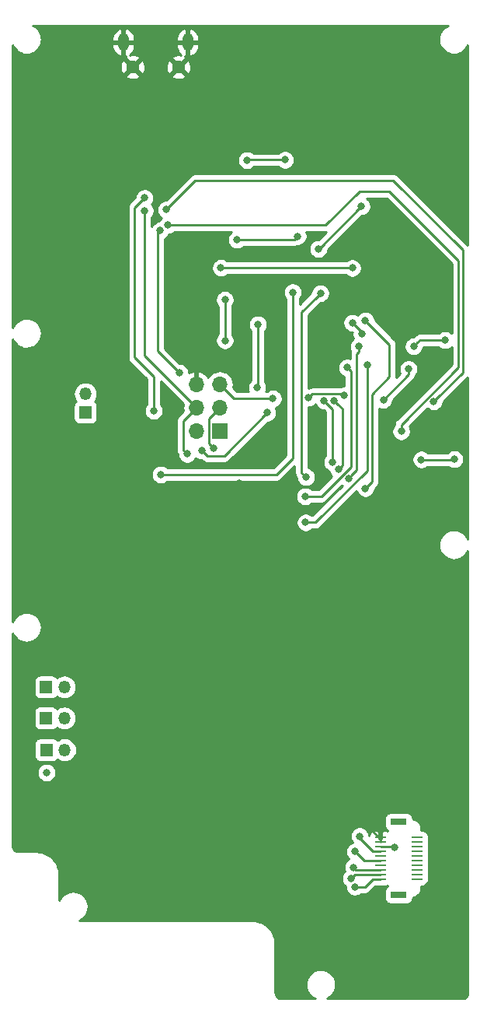
<source format=gbr>
G04 #@! TF.GenerationSoftware,KiCad,Pcbnew,5.1.2-f72e74a~84~ubuntu18.04.1*
G04 #@! TF.CreationDate,2019-07-18T11:25:25-04:00*
G04 #@! TF.ProjectId,Joe,4a6f652e-6b69-4636-9164-5f7063625858,rev?*
G04 #@! TF.SameCoordinates,Original*
G04 #@! TF.FileFunction,Copper,L2,Bot*
G04 #@! TF.FilePolarity,Positive*
%FSLAX46Y46*%
G04 Gerber Fmt 4.6, Leading zero omitted, Abs format (unit mm)*
G04 Created by KiCad (PCBNEW 5.1.2-f72e74a~84~ubuntu18.04.1) date 2019-07-18 11:25:25*
%MOMM*%
%LPD*%
G04 APERTURE LIST*
%ADD10O,1.700000X1.700000*%
%ADD11R,1.700000X1.700000*%
%ADD12R,1.200000X0.280000*%
%ADD13R,1.800000X0.800000*%
%ADD14O,1.200000X1.900000*%
%ADD15C,1.450000*%
%ADD16R,1.350000X1.350000*%
%ADD17O,1.350000X1.350000*%
%ADD18C,0.800000*%
%ADD19C,0.250000*%
%ADD20C,0.254000*%
G04 APERTURE END LIST*
D10*
X-31343600Y5892800D03*
X-28803600Y5892800D03*
X-31343600Y3352800D03*
X-28803600Y3352800D03*
X-31343600Y812800D03*
D11*
X-28803600Y812800D03*
D12*
X-11296400Y-43431600D03*
X-11296400Y-43931600D03*
X-11296400Y-44431600D03*
X-11296400Y-44931600D03*
X-11296400Y-45431600D03*
X-11296400Y-45931600D03*
X-11296400Y-46431600D03*
X-11296400Y-46931600D03*
X-11296400Y-47431600D03*
X-11296400Y-47931600D03*
X-7296400Y-43431600D03*
X-7296400Y-43931600D03*
X-7296400Y-44431600D03*
X-7296400Y-44931600D03*
X-7296400Y-45431600D03*
X-7296400Y-45931600D03*
X-7296400Y-46431600D03*
X-7296400Y-46931600D03*
X-7296400Y-47431600D03*
X-7296400Y-47931600D03*
D13*
X-9296400Y-41731600D03*
X-9296400Y-49631600D03*
D14*
X-39314000Y43096700D03*
X-32314000Y43096700D03*
D15*
X-38314000Y40396700D03*
X-33314000Y40396700D03*
D16*
X-47701200Y-33883600D03*
D17*
X-45701200Y-33883600D03*
X-45752000Y-27051000D03*
D16*
X-47752000Y-27051000D03*
X-43459400Y2844800D03*
D17*
X-43459400Y4844800D03*
X-45752000Y-30429200D03*
D16*
X-47752000Y-30429200D03*
D18*
X-11125198Y-3657600D03*
X-12598400Y-42316400D03*
X-46837600Y-20091400D03*
X-38531800Y-20091400D03*
X-43154600Y-14452600D03*
X-37566600Y-635000D03*
X-46837600Y-1041400D03*
X-37719000Y4140200D03*
X-24414313Y20543687D03*
X-28194000Y32461200D03*
X-28016200Y-41249600D03*
X-22606000Y15113000D03*
X-26695400Y-7391400D03*
X-26644607Y-4902207D03*
X-3124200Y1168400D03*
X-26726871Y-2749271D03*
X-23876000Y-1854200D03*
X-27533600Y17348200D03*
X-31399060Y15041460D03*
X-13030200Y16713200D03*
X-9779000Y-44475400D03*
X-30759400Y-1320800D03*
X-23622000Y2794000D03*
X-18059400Y20624800D03*
X-4241800Y10693400D03*
X-13360400Y25247600D03*
X-6832600Y-2311400D03*
X-3251200Y-2260600D03*
X-10972800Y4191000D03*
X-8229600Y7543800D03*
X-26924000Y21615400D03*
X-20294600Y21996400D03*
X-7670800Y10007600D03*
X-47701200Y-36372800D03*
X-32359600Y-1701800D03*
X-36982400Y24765000D03*
X-23014611Y4339097D03*
X-33223200Y7137400D03*
X-35283861Y22637613D03*
X-29514800Y-1041400D03*
X-36017200Y2997200D03*
X-37007800Y26162000D03*
X-13563600Y-43281600D03*
X-21691600Y30302200D03*
X-25831800Y30276800D03*
X-14351000Y18542000D03*
X-13335000Y11353800D03*
X-14351000Y12573000D03*
X-28676600Y18567400D03*
X-34645600Y24892000D03*
X-19151600Y4419600D03*
X-15290800Y4648200D03*
X-5482631Y4023241D03*
X-34467800Y23215600D03*
X-9017000Y762000D03*
X-28244800Y10654200D03*
X-28244800Y15087600D03*
X-35255200Y-3937000D03*
X-20853400Y15900400D03*
X-40894000Y-35102800D03*
X-41001641Y-27775021D03*
X-40436800Y-30022800D03*
X-12751745Y8005536D03*
X-19456398Y-9144000D03*
X-19394610Y-4221694D03*
X-17833810Y15798800D03*
X-14921850Y7710000D03*
X-19507200Y-6307120D03*
X-24654438Y12397338D03*
X-24739600Y5537200D03*
X-14062919Y-44954476D03*
X-12928600Y12827000D03*
X-12931940Y-5431542D03*
X-13650140Y9996010D03*
X-14247299Y-46680751D03*
X-14776983Y-4368604D03*
X-14082639Y-48792135D03*
X-16535400Y-2590800D03*
X-17422188Y4094589D03*
X-14506794Y-47886530D03*
X-15864108Y-3357408D03*
X-16332200Y4094589D03*
D19*
X-11296400Y-43931600D02*
X-11296400Y-43431600D01*
X-11296400Y-43431600D02*
X-11483200Y-43431600D01*
X-11483200Y-43431600D02*
X-12598400Y-42316400D01*
X-11296400Y-44431600D02*
X-9822800Y-44431600D01*
X-9822800Y-44431600D02*
X-9779000Y-44475400D01*
X-30759400Y-1320800D02*
X-30175200Y-1905000D01*
X-30175200Y-1905000D02*
X-28321000Y-1905000D01*
X-28321000Y-1905000D02*
X-23622000Y2794000D01*
X-17983200Y20624800D02*
X-18059400Y20624800D01*
X-13360400Y25247600D02*
X-17983200Y20624800D01*
X-3302000Y-2311400D02*
X-3251200Y-2260600D01*
X-6832600Y-2311400D02*
X-3302000Y-2311400D01*
X-8229600Y6934200D02*
X-8229600Y7543800D01*
X-10972800Y4191000D02*
X-8229600Y6934200D01*
X-20675600Y21615400D02*
X-20294600Y21996400D01*
X-26924000Y21615400D02*
X-20675600Y21615400D01*
X-6985000Y10693400D02*
X-7270801Y10407599D01*
X-7270801Y10407599D02*
X-7670800Y10007600D01*
X-4241800Y10693400D02*
X-6985000Y10693400D01*
X-32193599Y2502801D02*
X-31343600Y3352800D01*
X-32759599Y1936801D02*
X-32193599Y2502801D01*
X-32759599Y-1301801D02*
X-32759599Y1936801D01*
X-32359600Y-1701800D02*
X-32759599Y-1301801D01*
X-36982400Y24765000D02*
X-36982400Y8991600D01*
X-36982400Y8991600D02*
X-31343600Y3352800D01*
X-27249897Y4339097D02*
X-23580296Y4339097D01*
X-28803600Y5892800D02*
X-27249897Y4339097D01*
X-23580296Y4339097D02*
X-23014611Y4339097D01*
X-30016399Y2140001D02*
X-30016399Y-539801D01*
X-30016399Y-539801D02*
X-29914799Y-641401D01*
X-28803600Y3352800D02*
X-30016399Y2140001D01*
X-29914799Y-641401D02*
X-29514800Y-1041400D01*
X-35572700Y22348774D02*
X-35283861Y22637613D01*
X-33223200Y7137400D02*
X-35572700Y9486900D01*
X-35572700Y9486900D02*
X-35572700Y22348774D01*
X-36017200Y6756400D02*
X-38074600Y8813800D01*
X-37407799Y25762001D02*
X-37007800Y26162000D01*
X-38074600Y8813800D02*
X-38074600Y25095200D01*
X-38074600Y25095200D02*
X-37407799Y25762001D01*
X-36017200Y2997200D02*
X-36017200Y6756400D01*
X-13563600Y-43514400D02*
X-13563600Y-43281600D01*
X-11296400Y-44931600D02*
X-12146400Y-44931600D01*
X-12146400Y-44931600D02*
X-13563600Y-43514400D01*
X-21691600Y30302200D02*
X-25806400Y30302200D01*
X-25806400Y30302200D02*
X-25831800Y30276800D01*
X-13335000Y11353800D02*
X-13335000Y11557000D01*
X-13335000Y11557000D02*
X-14351000Y12573000D01*
X-14351000Y18542000D02*
X-28651200Y18542000D01*
X-28651200Y18542000D02*
X-28676600Y18567400D01*
X-15462199Y4819599D02*
X-15290800Y4648200D01*
X-18751601Y4819599D02*
X-15462199Y4819599D01*
X-19151600Y4419600D02*
X-18751601Y4819599D01*
X-2583611Y20744611D02*
X-2582200Y20744611D01*
X-5082632Y4423240D02*
X-5482631Y4023241D01*
X-9880600Y28041600D02*
X-2583611Y20744611D01*
X-34645600Y24892000D02*
X-31496000Y28041600D01*
X-31496000Y28041600D02*
X-9880600Y28041600D01*
X-2582200Y20744611D02*
X-2318589Y20481000D01*
X-2318589Y7187283D02*
X-5082632Y4423240D01*
X-2318589Y20481000D02*
X-2318589Y7187283D01*
X-9017000Y1514192D02*
X-2768600Y7762592D01*
X-9017000Y762000D02*
X-9017000Y1514192D01*
X-17246600Y23215600D02*
X-34467800Y23215600D01*
X-2768600Y7762592D02*
X-2768600Y19329400D01*
X-2768600Y19329400D02*
X-10312400Y26873200D01*
X-10312400Y26873200D02*
X-13589000Y26873200D01*
X-13589000Y26873200D02*
X-17246600Y23215600D01*
X-28244800Y14521915D02*
X-28244800Y10654200D01*
X-28244800Y15087600D02*
X-28244800Y14521915D01*
X-35255200Y-3937000D02*
X-22649915Y-3937000D01*
X-22649915Y-3937000D02*
X-20853400Y-2140485D01*
X-20853400Y15334715D02*
X-20853400Y15900400D01*
X-20853400Y-2140485D02*
X-20853400Y15334715D01*
X-12751745Y8005536D02*
X-12751745Y-3513030D01*
X-18890713Y-9144000D02*
X-19456398Y-9144000D01*
X-12751745Y-3513030D02*
X-18382715Y-9144000D01*
X-18382715Y-9144000D02*
X-18890713Y-9144000D01*
X-19876601Y-3739703D02*
X-19876601Y13756009D01*
X-19876601Y13756009D02*
X-18233809Y15398801D01*
X-19394610Y-4221694D02*
X-19876601Y-3739703D01*
X-18233809Y15398801D02*
X-17833810Y15798800D01*
X-14521851Y7310001D02*
X-14521851Y-3088153D01*
X-14521851Y-3088153D02*
X-17740818Y-6307120D01*
X-18941515Y-6307120D02*
X-19507200Y-6307120D01*
X-17740818Y-6307120D02*
X-18941515Y-6307120D01*
X-14921850Y7710000D02*
X-14521851Y7310001D01*
X-24654438Y5622362D02*
X-24739600Y5537200D01*
X-24654438Y12397338D02*
X-24654438Y5622362D01*
X-13085795Y-45931600D02*
X-13662920Y-45354475D01*
X-13662920Y-45354475D02*
X-14062919Y-44954476D01*
X-11296400Y-45931600D02*
X-13085795Y-45931600D01*
X-10323999Y10222399D02*
X-10323999Y6687799D01*
X-12928600Y12827000D02*
X-10323999Y10222399D01*
X-10323999Y6687799D02*
X-12198401Y4813397D01*
X-12198401Y4813397D02*
X-12198401Y-4698003D01*
X-12198401Y-4698003D02*
X-12531941Y-5031543D01*
X-12531941Y-5031543D02*
X-12931940Y-5431542D01*
X-13996450Y-46931600D02*
X-14247299Y-46680751D01*
X-11296400Y-46931600D02*
X-13996450Y-46931600D01*
X-13650140Y9430325D02*
X-13861211Y9219254D01*
X-13861211Y-3452832D02*
X-14376984Y-3968605D01*
X-14376984Y-3968605D02*
X-14776983Y-4368604D01*
X-13861211Y9219254D02*
X-13861211Y-3452832D01*
X-13650140Y9996010D02*
X-13650140Y9430325D01*
X-13516954Y-48792135D02*
X-14082639Y-48792135D01*
X-12146400Y-47931600D02*
X-13006935Y-48792135D01*
X-11296400Y-47931600D02*
X-12146400Y-47931600D01*
X-13006935Y-48792135D02*
X-13516954Y-48792135D01*
X-16535400Y-2590800D02*
X-16535400Y3207801D01*
X-16535400Y3207801D02*
X-17022189Y3694590D01*
X-17022189Y3694590D02*
X-17422188Y4094589D01*
X-11296400Y-47431600D02*
X-14051864Y-47431600D01*
X-14106795Y-47486531D02*
X-14506794Y-47886530D01*
X-14051864Y-47431600D02*
X-14106795Y-47486531D01*
X-15464109Y3226498D02*
X-15932201Y3694590D01*
X-15464109Y-2957409D02*
X-15464109Y3226498D01*
X-15864108Y-3357408D02*
X-15464109Y-2957409D01*
X-15932201Y3694590D02*
X-16332200Y4094589D01*
D20*
G36*
X-3951924Y44931500D02*
G01*
X-4232003Y44774969D01*
X-4476345Y44567018D01*
X-4675641Y44315568D01*
X-4822303Y44030197D01*
X-4910741Y43721773D01*
X-4937590Y43402046D01*
X-4901825Y43083193D01*
X-4804808Y42777360D01*
X-4650237Y42496194D01*
X-4443997Y42250407D01*
X-4193944Y42049359D01*
X-3909603Y41900710D01*
X-3601805Y41810120D01*
X-3282273Y41781040D01*
X-2963178Y41814578D01*
X-2656674Y41909457D01*
X-2374437Y42062062D01*
X-2127216Y42266581D01*
X-1924427Y42515224D01*
X-1778750Y42789203D01*
X-1778750Y21021134D01*
X-1807591Y21044803D01*
X-2018396Y21255608D01*
X-2042199Y21284612D01*
X-2079066Y21314868D01*
X-9316796Y28552597D01*
X-9340599Y28581601D01*
X-9456324Y28676574D01*
X-9588353Y28747146D01*
X-9731614Y28790603D01*
X-9843267Y28801600D01*
X-9843278Y28801600D01*
X-9880600Y28805276D01*
X-9917922Y28801600D01*
X-31458678Y28801600D01*
X-31496001Y28805276D01*
X-31533324Y28801600D01*
X-31533333Y28801600D01*
X-31644986Y28790603D01*
X-31788247Y28747146D01*
X-31920277Y28676574D01*
X-32003917Y28607932D01*
X-32036001Y28581601D01*
X-32059799Y28552603D01*
X-34685401Y25927000D01*
X-34747539Y25927000D01*
X-34947498Y25887226D01*
X-35135856Y25809205D01*
X-35305374Y25695937D01*
X-35449537Y25551774D01*
X-35562805Y25382256D01*
X-35640826Y25193898D01*
X-35680600Y24993939D01*
X-35680600Y24790061D01*
X-35640826Y24590102D01*
X-35562805Y24401744D01*
X-35449537Y24232226D01*
X-35305374Y24088063D01*
X-35157712Y23989399D01*
X-35271737Y23875374D01*
X-35385005Y23705856D01*
X-35399940Y23669800D01*
X-35585759Y23632839D01*
X-35774117Y23554818D01*
X-35943635Y23441550D01*
X-36087798Y23297387D01*
X-36201066Y23127869D01*
X-36222400Y23076365D01*
X-36222400Y24061289D01*
X-36178463Y24105226D01*
X-36065195Y24274744D01*
X-35987174Y24463102D01*
X-35947400Y24663061D01*
X-35947400Y24866939D01*
X-35987174Y25066898D01*
X-36065195Y25255256D01*
X-36178463Y25424774D01*
X-36229889Y25476200D01*
X-36203863Y25502226D01*
X-36090595Y25671744D01*
X-36012574Y25860102D01*
X-35972800Y26060061D01*
X-35972800Y26263939D01*
X-36012574Y26463898D01*
X-36090595Y26652256D01*
X-36203863Y26821774D01*
X-36348026Y26965937D01*
X-36517544Y27079205D01*
X-36705902Y27157226D01*
X-36905861Y27197000D01*
X-37109739Y27197000D01*
X-37309698Y27157226D01*
X-37498056Y27079205D01*
X-37667574Y26965937D01*
X-37811737Y26821774D01*
X-37925005Y26652256D01*
X-38003026Y26463898D01*
X-38042800Y26263939D01*
X-38042800Y26201802D01*
X-38585602Y25658999D01*
X-38614600Y25635201D01*
X-38638398Y25606203D01*
X-38638399Y25606202D01*
X-38709574Y25519476D01*
X-38780146Y25387446D01*
X-38791644Y25349539D01*
X-38823602Y25244186D01*
X-38833306Y25145661D01*
X-38838276Y25095200D01*
X-38834599Y25057867D01*
X-38834600Y8851122D01*
X-38838276Y8813800D01*
X-38834600Y8776478D01*
X-38834600Y8776468D01*
X-38823603Y8664815D01*
X-38812194Y8627205D01*
X-38780146Y8521554D01*
X-38709574Y8389524D01*
X-38693365Y8369774D01*
X-38614601Y8273799D01*
X-38585597Y8249996D01*
X-36777199Y6441597D01*
X-36777200Y3700911D01*
X-36821137Y3656974D01*
X-36934405Y3487456D01*
X-37012426Y3299098D01*
X-37052200Y3099139D01*
X-37052200Y2895261D01*
X-37012426Y2695302D01*
X-36934405Y2506944D01*
X-36821137Y2337426D01*
X-36676974Y2193263D01*
X-36507456Y2079995D01*
X-36319098Y2001974D01*
X-36119139Y1962200D01*
X-35915261Y1962200D01*
X-35715302Y2001974D01*
X-35526944Y2079995D01*
X-35357426Y2193263D01*
X-35213263Y2337426D01*
X-35099995Y2506944D01*
X-35021974Y2695302D01*
X-34982200Y2895261D01*
X-34982200Y3099139D01*
X-35021974Y3299098D01*
X-35099995Y3487456D01*
X-35213263Y3656974D01*
X-35257200Y3700911D01*
X-35257200Y6191598D01*
X-32784397Y3718795D01*
X-32807113Y3643911D01*
X-32835785Y3352800D01*
X-32807113Y3061689D01*
X-32784397Y2986805D01*
X-33270601Y2500600D01*
X-33299599Y2476802D01*
X-33323397Y2447804D01*
X-33323398Y2447803D01*
X-33394573Y2361077D01*
X-33465145Y2229047D01*
X-33508601Y2085786D01*
X-33523275Y1936801D01*
X-33519598Y1899469D01*
X-33519599Y-1264478D01*
X-33523275Y-1301801D01*
X-33519599Y-1339123D01*
X-33519599Y-1339133D01*
X-33508602Y-1450786D01*
X-33476973Y-1555054D01*
X-33465145Y-1594047D01*
X-33394600Y-1726026D01*
X-33394600Y-1803739D01*
X-33354826Y-2003698D01*
X-33276805Y-2192056D01*
X-33163537Y-2361574D01*
X-33019374Y-2505737D01*
X-32849856Y-2619005D01*
X-32661498Y-2697026D01*
X-32461539Y-2736800D01*
X-32257661Y-2736800D01*
X-32057702Y-2697026D01*
X-31869344Y-2619005D01*
X-31699826Y-2505737D01*
X-31555663Y-2361574D01*
X-31442395Y-2192056D01*
X-31415521Y-2127178D01*
X-31249656Y-2238005D01*
X-31061298Y-2316026D01*
X-30861339Y-2355800D01*
X-30799202Y-2355800D01*
X-30739000Y-2416002D01*
X-30715201Y-2445001D01*
X-30686203Y-2468799D01*
X-30599476Y-2539974D01*
X-30467447Y-2610546D01*
X-30324186Y-2654003D01*
X-30175200Y-2668677D01*
X-30137867Y-2665000D01*
X-28358322Y-2665000D01*
X-28321000Y-2668676D01*
X-28283678Y-2665000D01*
X-28283667Y-2665000D01*
X-28172014Y-2654003D01*
X-28028753Y-2610546D01*
X-27896724Y-2539974D01*
X-27780999Y-2445001D01*
X-27757196Y-2415997D01*
X-23582198Y1759000D01*
X-23520061Y1759000D01*
X-23320102Y1798774D01*
X-23131744Y1876795D01*
X-22962226Y1990063D01*
X-22818063Y2134226D01*
X-22704795Y2303744D01*
X-22626774Y2492102D01*
X-22587000Y2692061D01*
X-22587000Y2895939D01*
X-22626774Y3095898D01*
X-22704795Y3284256D01*
X-22740884Y3338267D01*
X-22712713Y3343871D01*
X-22524355Y3421892D01*
X-22354837Y3535160D01*
X-22210674Y3679323D01*
X-22097406Y3848841D01*
X-22019385Y4037199D01*
X-21979611Y4237158D01*
X-21979611Y4441036D01*
X-22019385Y4640995D01*
X-22097406Y4829353D01*
X-22210674Y4998871D01*
X-22354837Y5143034D01*
X-22524355Y5256302D01*
X-22712713Y5334323D01*
X-22912672Y5374097D01*
X-23116550Y5374097D01*
X-23316509Y5334323D01*
X-23504867Y5256302D01*
X-23674385Y5143034D01*
X-23718322Y5099097D01*
X-23800792Y5099097D01*
X-23744374Y5235302D01*
X-23704600Y5435261D01*
X-23704600Y5639139D01*
X-23744374Y5839098D01*
X-23822395Y6027456D01*
X-23894438Y6135276D01*
X-23894438Y11693627D01*
X-23850501Y11737564D01*
X-23737233Y11907082D01*
X-23659212Y12095440D01*
X-23619438Y12295399D01*
X-23619438Y12499277D01*
X-23659212Y12699236D01*
X-23737233Y12887594D01*
X-23850501Y13057112D01*
X-23994664Y13201275D01*
X-24164182Y13314543D01*
X-24352540Y13392564D01*
X-24552499Y13432338D01*
X-24756377Y13432338D01*
X-24956336Y13392564D01*
X-25144694Y13314543D01*
X-25314212Y13201275D01*
X-25458375Y13057112D01*
X-25571643Y12887594D01*
X-25649664Y12699236D01*
X-25689438Y12499277D01*
X-25689438Y12295399D01*
X-25649664Y12095440D01*
X-25571643Y11907082D01*
X-25458375Y11737564D01*
X-25414438Y11693627D01*
X-25414437Y6326074D01*
X-25543537Y6196974D01*
X-25656805Y6027456D01*
X-25734826Y5839098D01*
X-25774600Y5639139D01*
X-25774600Y5435261D01*
X-25734826Y5235302D01*
X-25678408Y5099097D01*
X-26935095Y5099097D01*
X-27362803Y5526805D01*
X-27340087Y5601689D01*
X-27311415Y5892800D01*
X-27340087Y6183911D01*
X-27425001Y6463834D01*
X-27562894Y6721814D01*
X-27748466Y6947934D01*
X-27974586Y7133506D01*
X-28232566Y7271399D01*
X-28512489Y7356313D01*
X-28730650Y7377800D01*
X-28876550Y7377800D01*
X-29094711Y7356313D01*
X-29374634Y7271399D01*
X-29632614Y7133506D01*
X-29858734Y6947934D01*
X-30044306Y6721814D01*
X-30075184Y6664044D01*
X-30246012Y6893069D01*
X-30462245Y7087978D01*
X-30712348Y7236957D01*
X-30986709Y7334281D01*
X-31216600Y7213614D01*
X-31216600Y6019800D01*
X-31196600Y6019800D01*
X-31196600Y5765800D01*
X-31216600Y5765800D01*
X-31216600Y5745800D01*
X-31470600Y5745800D01*
X-31470600Y5765800D01*
X-31490600Y5765800D01*
X-31490600Y6019800D01*
X-31470600Y6019800D01*
X-31470600Y7213614D01*
X-31700491Y7334281D01*
X-31974852Y7236957D01*
X-32188200Y7109872D01*
X-32188200Y7239339D01*
X-32227974Y7439298D01*
X-32305995Y7627656D01*
X-32419263Y7797174D01*
X-32563426Y7941337D01*
X-32732944Y8054605D01*
X-32921302Y8132626D01*
X-33121261Y8172400D01*
X-33183398Y8172400D01*
X-34812700Y9801701D01*
X-34812700Y15189539D01*
X-29279800Y15189539D01*
X-29279800Y14985661D01*
X-29240026Y14785702D01*
X-29162005Y14597344D01*
X-29048737Y14427826D01*
X-29004800Y14383889D01*
X-29004799Y11357912D01*
X-29048737Y11313974D01*
X-29162005Y11144456D01*
X-29240026Y10956098D01*
X-29279800Y10756139D01*
X-29279800Y10552261D01*
X-29240026Y10352302D01*
X-29162005Y10163944D01*
X-29048737Y9994426D01*
X-28904574Y9850263D01*
X-28735056Y9736995D01*
X-28546698Y9658974D01*
X-28346739Y9619200D01*
X-28142861Y9619200D01*
X-27942902Y9658974D01*
X-27754544Y9736995D01*
X-27585026Y9850263D01*
X-27440863Y9994426D01*
X-27327595Y10163944D01*
X-27249574Y10352302D01*
X-27209800Y10552261D01*
X-27209800Y10756139D01*
X-27249574Y10956098D01*
X-27327595Y11144456D01*
X-27440863Y11313974D01*
X-27484800Y11357911D01*
X-27484800Y14383889D01*
X-27440863Y14427826D01*
X-27327595Y14597344D01*
X-27249574Y14785702D01*
X-27209800Y14985661D01*
X-27209800Y15189539D01*
X-27249574Y15389498D01*
X-27327595Y15577856D01*
X-27440863Y15747374D01*
X-27585026Y15891537D01*
X-27754544Y16004805D01*
X-27942902Y16082826D01*
X-28142861Y16122600D01*
X-28346739Y16122600D01*
X-28546698Y16082826D01*
X-28735056Y16004805D01*
X-28904574Y15891537D01*
X-29048737Y15747374D01*
X-29162005Y15577856D01*
X-29240026Y15389498D01*
X-29279800Y15189539D01*
X-34812700Y15189539D01*
X-34812700Y18669339D01*
X-29711600Y18669339D01*
X-29711600Y18465461D01*
X-29671826Y18265502D01*
X-29593805Y18077144D01*
X-29480537Y17907626D01*
X-29336374Y17763463D01*
X-29166856Y17650195D01*
X-28978498Y17572174D01*
X-28778539Y17532400D01*
X-28574661Y17532400D01*
X-28374702Y17572174D01*
X-28186344Y17650195D01*
X-28016826Y17763463D01*
X-27998289Y17782000D01*
X-15054711Y17782000D01*
X-15010774Y17738063D01*
X-14841256Y17624795D01*
X-14652898Y17546774D01*
X-14452939Y17507000D01*
X-14249061Y17507000D01*
X-14049102Y17546774D01*
X-13860744Y17624795D01*
X-13691226Y17738063D01*
X-13547063Y17882226D01*
X-13433795Y18051744D01*
X-13355774Y18240102D01*
X-13316000Y18440061D01*
X-13316000Y18643939D01*
X-13355774Y18843898D01*
X-13433795Y19032256D01*
X-13547063Y19201774D01*
X-13691226Y19345937D01*
X-13860744Y19459205D01*
X-14049102Y19537226D01*
X-14249061Y19577000D01*
X-14452939Y19577000D01*
X-14652898Y19537226D01*
X-14841256Y19459205D01*
X-15010774Y19345937D01*
X-15054711Y19302000D01*
X-27947489Y19302000D01*
X-28016826Y19371337D01*
X-28186344Y19484605D01*
X-28374702Y19562626D01*
X-28574661Y19602400D01*
X-28778539Y19602400D01*
X-28978498Y19562626D01*
X-29166856Y19484605D01*
X-29336374Y19371337D01*
X-29480537Y19227174D01*
X-29593805Y19057656D01*
X-29671826Y18869298D01*
X-29711600Y18669339D01*
X-34812700Y18669339D01*
X-34812700Y21712499D01*
X-34793605Y21720408D01*
X-34624087Y21833676D01*
X-34479924Y21977839D01*
X-34366656Y22147357D01*
X-34351721Y22183413D01*
X-34165902Y22220374D01*
X-33977544Y22298395D01*
X-33808026Y22411663D01*
X-33764089Y22455600D01*
X-27529502Y22455600D01*
X-27583774Y22419337D01*
X-27727937Y22275174D01*
X-27841205Y22105656D01*
X-27919226Y21917298D01*
X-27959000Y21717339D01*
X-27959000Y21513461D01*
X-27919226Y21313502D01*
X-27841205Y21125144D01*
X-27727937Y20955626D01*
X-27583774Y20811463D01*
X-27414256Y20698195D01*
X-27225898Y20620174D01*
X-27025939Y20580400D01*
X-26822061Y20580400D01*
X-26622102Y20620174D01*
X-26433744Y20698195D01*
X-26264226Y20811463D01*
X-26220289Y20855400D01*
X-20712922Y20855400D01*
X-20675600Y20851724D01*
X-20638278Y20855400D01*
X-20638267Y20855400D01*
X-20526614Y20866397D01*
X-20383353Y20909854D01*
X-20286919Y20961400D01*
X-20192661Y20961400D01*
X-19992702Y21001174D01*
X-19804344Y21079195D01*
X-19634826Y21192463D01*
X-19490663Y21336626D01*
X-19377395Y21506144D01*
X-19299374Y21694502D01*
X-19259600Y21894461D01*
X-19259600Y22098339D01*
X-19299374Y22298298D01*
X-19364531Y22455600D01*
X-17283922Y22455600D01*
X-17246600Y22451924D01*
X-17229160Y22453642D01*
X-18023001Y21659800D01*
X-18161339Y21659800D01*
X-18361298Y21620026D01*
X-18549656Y21542005D01*
X-18719174Y21428737D01*
X-18863337Y21284574D01*
X-18976605Y21115056D01*
X-19054626Y20926698D01*
X-19094400Y20726739D01*
X-19094400Y20522861D01*
X-19054626Y20322902D01*
X-18976605Y20134544D01*
X-18863337Y19965026D01*
X-18719174Y19820863D01*
X-18549656Y19707595D01*
X-18361298Y19629574D01*
X-18161339Y19589800D01*
X-17957461Y19589800D01*
X-17757502Y19629574D01*
X-17569144Y19707595D01*
X-17399626Y19820863D01*
X-17255463Y19965026D01*
X-17142195Y20134544D01*
X-17064174Y20322902D01*
X-17027892Y20505307D01*
X-13320597Y24212600D01*
X-13258461Y24212600D01*
X-13058502Y24252374D01*
X-12870144Y24330395D01*
X-12700626Y24443663D01*
X-12556463Y24587826D01*
X-12443195Y24757344D01*
X-12365174Y24945702D01*
X-12325400Y25145661D01*
X-12325400Y25349539D01*
X-12365174Y25549498D01*
X-12443195Y25737856D01*
X-12556463Y25907374D01*
X-12700626Y26051537D01*
X-12792911Y26113200D01*
X-10627201Y26113200D01*
X-3528599Y19014597D01*
X-3528600Y11443911D01*
X-3582026Y11497337D01*
X-3751544Y11610605D01*
X-3939902Y11688626D01*
X-4139861Y11728400D01*
X-4343739Y11728400D01*
X-4543698Y11688626D01*
X-4732056Y11610605D01*
X-4901574Y11497337D01*
X-4945511Y11453400D01*
X-6947675Y11453400D01*
X-6985000Y11457076D01*
X-7022325Y11453400D01*
X-7022333Y11453400D01*
X-7133986Y11442403D01*
X-7277247Y11398946D01*
X-7409276Y11328374D01*
X-7525001Y11233401D01*
X-7548804Y11204397D01*
X-7710601Y11042600D01*
X-7772739Y11042600D01*
X-7972698Y11002826D01*
X-8161056Y10924805D01*
X-8330574Y10811537D01*
X-8474737Y10667374D01*
X-8588005Y10497856D01*
X-8666026Y10309498D01*
X-8705800Y10109539D01*
X-8705800Y9905661D01*
X-8666026Y9705702D01*
X-8588005Y9517344D01*
X-8474737Y9347826D01*
X-8330574Y9203663D01*
X-8161056Y9090395D01*
X-7972698Y9012374D01*
X-7772739Y8972600D01*
X-7568861Y8972600D01*
X-7368902Y9012374D01*
X-7180544Y9090395D01*
X-7011026Y9203663D01*
X-6866863Y9347826D01*
X-6753595Y9517344D01*
X-6675574Y9705702D01*
X-6635800Y9905661D01*
X-6635800Y9933400D01*
X-4945511Y9933400D01*
X-4901574Y9889463D01*
X-4732056Y9776195D01*
X-4543698Y9698174D01*
X-4343739Y9658400D01*
X-4139861Y9658400D01*
X-3939902Y9698174D01*
X-3751544Y9776195D01*
X-3582026Y9889463D01*
X-3528600Y9942889D01*
X-3528600Y8077394D01*
X-9528002Y2077991D01*
X-9557000Y2054193D01*
X-9580798Y2025195D01*
X-9580799Y2025194D01*
X-9651974Y1938468D01*
X-9722546Y1806438D01*
X-9736936Y1759000D01*
X-9766003Y1663178D01*
X-9777000Y1551525D01*
X-9777000Y1551514D01*
X-9780676Y1514192D01*
X-9777000Y1476870D01*
X-9777000Y1465711D01*
X-9820937Y1421774D01*
X-9934205Y1252256D01*
X-10012226Y1063898D01*
X-10052000Y863939D01*
X-10052000Y660061D01*
X-10012226Y460102D01*
X-9934205Y271744D01*
X-9820937Y102226D01*
X-9676774Y-41937D01*
X-9507256Y-155205D01*
X-9318898Y-233226D01*
X-9118939Y-273000D01*
X-8915061Y-273000D01*
X-8715102Y-233226D01*
X-8526744Y-155205D01*
X-8357226Y-41937D01*
X-8213063Y102226D01*
X-8099795Y271744D01*
X-8021774Y460102D01*
X-7982000Y660061D01*
X-7982000Y863939D01*
X-8021774Y1063898D01*
X-8099795Y1252256D01*
X-8141588Y1314803D01*
X-6189746Y3266645D01*
X-6142405Y3219304D01*
X-5972887Y3106036D01*
X-5784529Y3028015D01*
X-5584570Y2988241D01*
X-5380692Y2988241D01*
X-5180733Y3028015D01*
X-4992375Y3106036D01*
X-4822857Y3219304D01*
X-4678694Y3363467D01*
X-4565426Y3532985D01*
X-4487405Y3721343D01*
X-4447631Y3921302D01*
X-4447631Y3983440D01*
X-1807586Y6623484D01*
X-1778750Y6647149D01*
X-1778749Y-10945800D01*
X-1791881Y-10906325D01*
X-1950364Y-10627345D01*
X-2160015Y-10384461D01*
X-2412851Y-10186925D01*
X-2699239Y-10042260D01*
X-3008272Y-9955976D01*
X-3328179Y-9931361D01*
X-3646775Y-9969351D01*
X-3951924Y-10068500D01*
X-4232003Y-10225031D01*
X-4476345Y-10432982D01*
X-4675641Y-10684432D01*
X-4822303Y-10969803D01*
X-4910741Y-11278227D01*
X-4937590Y-11597954D01*
X-4901825Y-11916807D01*
X-4804808Y-12222640D01*
X-4650237Y-12503806D01*
X-4443997Y-12749593D01*
X-4193944Y-12950641D01*
X-3909603Y-13099290D01*
X-3601805Y-13189880D01*
X-3282273Y-13218960D01*
X-2963178Y-13185422D01*
X-2656674Y-13090543D01*
X-2374437Y-12937938D01*
X-2127216Y-12733419D01*
X-1924427Y-12484776D01*
X-1778749Y-12210796D01*
X-1778749Y-60301546D01*
X-1793681Y-60453841D01*
X-1827469Y-60565751D01*
X-1882349Y-60668966D01*
X-1956237Y-60759560D01*
X-2046308Y-60834075D01*
X-2149138Y-60889674D01*
X-2260805Y-60924241D01*
X-2410748Y-60940000D01*
X-17155670Y-60940000D01*
X-16874437Y-60787938D01*
X-16627216Y-60583419D01*
X-16424427Y-60334776D01*
X-16273796Y-60051480D01*
X-16181060Y-59744321D01*
X-16149750Y-59425000D01*
X-16150391Y-59379097D01*
X-16190604Y-59060774D01*
X-16291881Y-58756325D01*
X-16450364Y-58477345D01*
X-16660015Y-58234461D01*
X-16912851Y-58036925D01*
X-17199239Y-57892260D01*
X-17508272Y-57805976D01*
X-17828179Y-57781361D01*
X-18146775Y-57819351D01*
X-18451924Y-57918500D01*
X-18732003Y-58075031D01*
X-18976345Y-58282982D01*
X-19175641Y-58534432D01*
X-19322303Y-58819803D01*
X-19410741Y-59128227D01*
X-19437590Y-59447954D01*
X-19401825Y-59766807D01*
X-19304808Y-60072640D01*
X-19150237Y-60353806D01*
X-18943997Y-60599593D01*
X-18693944Y-60800641D01*
X-18427373Y-60940000D01*
X-22121556Y-60940000D01*
X-22273841Y-60925069D01*
X-22385751Y-60891281D01*
X-22488966Y-60836401D01*
X-22579560Y-60762513D01*
X-22654075Y-60672442D01*
X-22709674Y-60569612D01*
X-22744241Y-60457945D01*
X-22760000Y-60308002D01*
X-22760000Y-54976395D01*
X-22763149Y-54944419D01*
X-22763070Y-54933058D01*
X-22764071Y-54922845D01*
X-22801556Y-54566192D01*
X-22814959Y-54500898D01*
X-22827435Y-54435498D01*
X-22830400Y-54425673D01*
X-22936446Y-54083094D01*
X-22962290Y-54021614D01*
X-22987217Y-53959917D01*
X-22992034Y-53950856D01*
X-23162601Y-53635399D01*
X-23199873Y-53580142D01*
X-23236331Y-53524428D01*
X-23242817Y-53516475D01*
X-23471409Y-53240156D01*
X-23518681Y-53193213D01*
X-23565286Y-53145622D01*
X-23573193Y-53139080D01*
X-23851101Y-52912424D01*
X-23906609Y-52875544D01*
X-23961555Y-52837922D01*
X-23970582Y-52833040D01*
X-24287222Y-52664680D01*
X-24348835Y-52639285D01*
X-24410041Y-52613052D01*
X-24419844Y-52610017D01*
X-24763155Y-52506365D01*
X-24828530Y-52493421D01*
X-24893664Y-52479576D01*
X-24903870Y-52478503D01*
X-25260776Y-52443508D01*
X-25260777Y-52443508D01*
X-25296395Y-52440000D01*
X-44136920Y-52440000D01*
X-43855687Y-52287938D01*
X-43608466Y-52083419D01*
X-43405677Y-51834776D01*
X-43255046Y-51551480D01*
X-43162310Y-51244321D01*
X-43131000Y-50925000D01*
X-43131641Y-50879097D01*
X-43171854Y-50560774D01*
X-43273131Y-50256325D01*
X-43431614Y-49977345D01*
X-43641265Y-49734461D01*
X-43894101Y-49536925D01*
X-44180489Y-49392260D01*
X-44489522Y-49305976D01*
X-44809429Y-49281361D01*
X-45128025Y-49319351D01*
X-45433174Y-49418500D01*
X-45713253Y-49575031D01*
X-45957595Y-49782982D01*
X-46156891Y-50034432D01*
X-46290000Y-50293432D01*
X-46290000Y-47784591D01*
X-15541794Y-47784591D01*
X-15541794Y-47988469D01*
X-15502020Y-48188428D01*
X-15423999Y-48376786D01*
X-15310731Y-48546304D01*
X-15166568Y-48690467D01*
X-15117639Y-48723160D01*
X-15117639Y-48894074D01*
X-15077865Y-49094033D01*
X-14999844Y-49282391D01*
X-14886576Y-49451909D01*
X-14742413Y-49596072D01*
X-14572895Y-49709340D01*
X-14384537Y-49787361D01*
X-14184578Y-49827135D01*
X-13980700Y-49827135D01*
X-13780741Y-49787361D01*
X-13592383Y-49709340D01*
X-13422865Y-49596072D01*
X-13378928Y-49552135D01*
X-13044257Y-49552135D01*
X-13006935Y-49555811D01*
X-12969613Y-49552135D01*
X-12969602Y-49552135D01*
X-12857949Y-49541138D01*
X-12714688Y-49497681D01*
X-12582659Y-49427109D01*
X-12466934Y-49332136D01*
X-12443132Y-49303133D01*
X-11849670Y-48709672D01*
X-10696400Y-48709672D01*
X-10571918Y-48697412D01*
X-10507513Y-48677875D01*
X-10550894Y-48701063D01*
X-10647585Y-48780415D01*
X-10726937Y-48877106D01*
X-10785902Y-48987420D01*
X-10822212Y-49107118D01*
X-10834472Y-49231600D01*
X-10834472Y-50031600D01*
X-10822212Y-50156082D01*
X-10785902Y-50275780D01*
X-10726937Y-50386094D01*
X-10647585Y-50482785D01*
X-10550894Y-50562137D01*
X-10440580Y-50621102D01*
X-10320882Y-50657412D01*
X-10196400Y-50669672D01*
X-8396400Y-50669672D01*
X-8271918Y-50657412D01*
X-8152220Y-50621102D01*
X-8041906Y-50562137D01*
X-7945215Y-50482785D01*
X-7865863Y-50386094D01*
X-7806898Y-50275780D01*
X-7770588Y-50156082D01*
X-7758328Y-50031600D01*
X-7758328Y-49916600D01*
X-7704311Y-49916600D01*
X-7523671Y-49880668D01*
X-7353511Y-49810186D01*
X-7200372Y-49707862D01*
X-7070138Y-49577628D01*
X-6967814Y-49424489D01*
X-6897332Y-49254329D01*
X-6861400Y-49073689D01*
X-6861400Y-48889511D01*
X-6897173Y-48709672D01*
X-6696400Y-48709672D01*
X-6571918Y-48697412D01*
X-6452220Y-48661102D01*
X-6341906Y-48602137D01*
X-6245215Y-48522785D01*
X-6165863Y-48426094D01*
X-6106898Y-48315780D01*
X-6070588Y-48196082D01*
X-6058328Y-48071600D01*
X-6058328Y-47791600D01*
X-6069162Y-47681600D01*
X-6058328Y-47571600D01*
X-6058328Y-47291600D01*
X-6069162Y-47181600D01*
X-6058328Y-47071600D01*
X-6058328Y-46791600D01*
X-6069162Y-46681600D01*
X-6058328Y-46571600D01*
X-6058328Y-46291600D01*
X-6069162Y-46181600D01*
X-6058328Y-46071600D01*
X-6058328Y-45791600D01*
X-6069162Y-45681600D01*
X-6058328Y-45571600D01*
X-6058328Y-45291600D01*
X-6069162Y-45181600D01*
X-6058328Y-45071600D01*
X-6058328Y-44791600D01*
X-6069162Y-44681600D01*
X-6058328Y-44571600D01*
X-6058328Y-44291600D01*
X-6069162Y-44181600D01*
X-6058328Y-44071600D01*
X-6058328Y-43791600D01*
X-6069162Y-43681600D01*
X-6058328Y-43571600D01*
X-6058328Y-43291600D01*
X-6070588Y-43167118D01*
X-6106898Y-43047420D01*
X-6165863Y-42937106D01*
X-6245215Y-42840415D01*
X-6341906Y-42761063D01*
X-6452220Y-42702098D01*
X-6571918Y-42665788D01*
X-6696400Y-42653528D01*
X-6897173Y-42653528D01*
X-6861400Y-42473689D01*
X-6861400Y-42289511D01*
X-6897332Y-42108871D01*
X-6967814Y-41938711D01*
X-7070138Y-41785572D01*
X-7200372Y-41655338D01*
X-7353511Y-41553014D01*
X-7523671Y-41482532D01*
X-7704311Y-41446600D01*
X-7758328Y-41446600D01*
X-7758328Y-41331600D01*
X-7770588Y-41207118D01*
X-7806898Y-41087420D01*
X-7865863Y-40977106D01*
X-7945215Y-40880415D01*
X-8041906Y-40801063D01*
X-8152220Y-40742098D01*
X-8271918Y-40705788D01*
X-8396400Y-40693528D01*
X-10196400Y-40693528D01*
X-10320882Y-40705788D01*
X-10440580Y-40742098D01*
X-10550894Y-40801063D01*
X-10647585Y-40880415D01*
X-10726937Y-40977106D01*
X-10785902Y-41087420D01*
X-10822212Y-41207118D01*
X-10834472Y-41331600D01*
X-10834472Y-42131600D01*
X-10822212Y-42256082D01*
X-10785902Y-42375780D01*
X-10726937Y-42486094D01*
X-10647585Y-42582785D01*
X-10550894Y-42662137D01*
X-10508249Y-42684932D01*
X-10582763Y-42663729D01*
X-10707439Y-42653623D01*
X-11010650Y-42656600D01*
X-11169400Y-42815350D01*
X-11169400Y-43571600D01*
X-11423400Y-43571600D01*
X-11423400Y-42815350D01*
X-11582150Y-42656600D01*
X-11885361Y-42653623D01*
X-12010037Y-42663729D01*
X-12130345Y-42697962D01*
X-12241663Y-42755009D01*
X-12339712Y-42832677D01*
X-12420725Y-42927981D01*
X-12481589Y-43037259D01*
X-12519964Y-43156311D01*
X-12528600Y-43234499D01*
X-12528600Y-43179661D01*
X-12568374Y-42979702D01*
X-12646395Y-42791344D01*
X-12759663Y-42621826D01*
X-12903826Y-42477663D01*
X-13073344Y-42364395D01*
X-13261702Y-42286374D01*
X-13461661Y-42246600D01*
X-13665539Y-42246600D01*
X-13865498Y-42286374D01*
X-14053856Y-42364395D01*
X-14223374Y-42477663D01*
X-14367537Y-42621826D01*
X-14480805Y-42791344D01*
X-14558826Y-42979702D01*
X-14598600Y-43179661D01*
X-14598600Y-43383539D01*
X-14558826Y-43583498D01*
X-14480805Y-43771856D01*
X-14367537Y-43941374D01*
X-14352176Y-43956735D01*
X-14364817Y-43959250D01*
X-14553175Y-44037271D01*
X-14722693Y-44150539D01*
X-14866856Y-44294702D01*
X-14980124Y-44464220D01*
X-15058145Y-44652578D01*
X-15097919Y-44852537D01*
X-15097919Y-45056415D01*
X-15058145Y-45256374D01*
X-14980124Y-45444732D01*
X-14866856Y-45614250D01*
X-14723416Y-45757690D01*
X-14737555Y-45763546D01*
X-14907073Y-45876814D01*
X-15051236Y-46020977D01*
X-15164504Y-46190495D01*
X-15242525Y-46378853D01*
X-15282299Y-46578812D01*
X-15282299Y-46782690D01*
X-15242525Y-46982649D01*
X-15191005Y-47107030D01*
X-15310731Y-47226756D01*
X-15423999Y-47396274D01*
X-15502020Y-47584632D01*
X-15541794Y-47784591D01*
X-46290000Y-47784591D01*
X-46290000Y-47476395D01*
X-46293149Y-47444419D01*
X-46293070Y-47433058D01*
X-46294071Y-47422845D01*
X-46331556Y-47066192D01*
X-46344959Y-47000898D01*
X-46357435Y-46935498D01*
X-46360400Y-46925673D01*
X-46466446Y-46583094D01*
X-46492290Y-46521614D01*
X-46517217Y-46459917D01*
X-46522034Y-46450856D01*
X-46692601Y-46135399D01*
X-46729873Y-46080142D01*
X-46766331Y-46024428D01*
X-46772817Y-46016475D01*
X-47001409Y-45740156D01*
X-47048681Y-45693213D01*
X-47095286Y-45645622D01*
X-47103193Y-45639080D01*
X-47381101Y-45412424D01*
X-47436609Y-45375544D01*
X-47491555Y-45337922D01*
X-47500582Y-45333040D01*
X-47817222Y-45164680D01*
X-47878835Y-45139285D01*
X-47940041Y-45113052D01*
X-47949844Y-45110017D01*
X-48293155Y-45006365D01*
X-48358530Y-44993421D01*
X-48423664Y-44979576D01*
X-48433870Y-44978503D01*
X-48790776Y-44943508D01*
X-48790777Y-44943508D01*
X-48826395Y-44940000D01*
X-50751554Y-44940000D01*
X-50903839Y-44925069D01*
X-51015750Y-44891281D01*
X-51118967Y-44836400D01*
X-51209558Y-44762515D01*
X-51284074Y-44672442D01*
X-51339672Y-44569614D01*
X-51374241Y-44457940D01*
X-51390000Y-44308002D01*
X-51390000Y-36270861D01*
X-48736200Y-36270861D01*
X-48736200Y-36474739D01*
X-48696426Y-36674698D01*
X-48618405Y-36863056D01*
X-48505137Y-37032574D01*
X-48360974Y-37176737D01*
X-48191456Y-37290005D01*
X-48003098Y-37368026D01*
X-47803139Y-37407800D01*
X-47599261Y-37407800D01*
X-47399302Y-37368026D01*
X-47210944Y-37290005D01*
X-47041426Y-37176737D01*
X-46897263Y-37032574D01*
X-46783995Y-36863056D01*
X-46705974Y-36674698D01*
X-46666200Y-36474739D01*
X-46666200Y-36270861D01*
X-46705974Y-36070902D01*
X-46783995Y-35882544D01*
X-46897263Y-35713026D01*
X-47041426Y-35568863D01*
X-47210944Y-35455595D01*
X-47399302Y-35377574D01*
X-47599261Y-35337800D01*
X-47803139Y-35337800D01*
X-48003098Y-35377574D01*
X-48191456Y-35455595D01*
X-48360974Y-35568863D01*
X-48505137Y-35713026D01*
X-48618405Y-35882544D01*
X-48696426Y-36070902D01*
X-48736200Y-36270861D01*
X-51390000Y-36270861D01*
X-51390000Y-33208600D01*
X-49014272Y-33208600D01*
X-49014272Y-34558600D01*
X-49002012Y-34683082D01*
X-48965702Y-34802780D01*
X-48906737Y-34913094D01*
X-48827385Y-35009785D01*
X-48730694Y-35089137D01*
X-48620380Y-35148102D01*
X-48500682Y-35184412D01*
X-48376200Y-35196672D01*
X-47026200Y-35196672D01*
X-46901718Y-35184412D01*
X-46782020Y-35148102D01*
X-46671706Y-35089137D01*
X-46575015Y-35009785D01*
X-46502126Y-34920969D01*
X-46432518Y-34978095D01*
X-46204941Y-35099738D01*
X-45958005Y-35174645D01*
X-45765551Y-35193600D01*
X-45636849Y-35193600D01*
X-45444395Y-35174645D01*
X-45197459Y-35099738D01*
X-44969882Y-34978095D01*
X-44770408Y-34814392D01*
X-44606705Y-34614918D01*
X-44485062Y-34387341D01*
X-44410155Y-34140405D01*
X-44384862Y-33883600D01*
X-44410155Y-33626795D01*
X-44485062Y-33379859D01*
X-44606705Y-33152282D01*
X-44770408Y-32952808D01*
X-44969882Y-32789105D01*
X-45197459Y-32667462D01*
X-45444395Y-32592555D01*
X-45636849Y-32573600D01*
X-45765551Y-32573600D01*
X-45958005Y-32592555D01*
X-46204941Y-32667462D01*
X-46432518Y-32789105D01*
X-46502126Y-32846231D01*
X-46575015Y-32757415D01*
X-46671706Y-32678063D01*
X-46782020Y-32619098D01*
X-46901718Y-32582788D01*
X-47026200Y-32570528D01*
X-48376200Y-32570528D01*
X-48500682Y-32582788D01*
X-48620380Y-32619098D01*
X-48730694Y-32678063D01*
X-48827385Y-32757415D01*
X-48906737Y-32854106D01*
X-48965702Y-32964420D01*
X-49002012Y-33084118D01*
X-49014272Y-33208600D01*
X-51390000Y-33208600D01*
X-51390000Y-29754200D01*
X-49065072Y-29754200D01*
X-49065072Y-31104200D01*
X-49052812Y-31228682D01*
X-49016502Y-31348380D01*
X-48957537Y-31458694D01*
X-48878185Y-31555385D01*
X-48781494Y-31634737D01*
X-48671180Y-31693702D01*
X-48551482Y-31730012D01*
X-48427000Y-31742272D01*
X-47077000Y-31742272D01*
X-46952518Y-31730012D01*
X-46832820Y-31693702D01*
X-46722506Y-31634737D01*
X-46625815Y-31555385D01*
X-46552926Y-31466569D01*
X-46483318Y-31523695D01*
X-46255741Y-31645338D01*
X-46008805Y-31720245D01*
X-45816351Y-31739200D01*
X-45687649Y-31739200D01*
X-45495195Y-31720245D01*
X-45248259Y-31645338D01*
X-45020682Y-31523695D01*
X-44821208Y-31359992D01*
X-44657505Y-31160518D01*
X-44535862Y-30932941D01*
X-44460955Y-30686005D01*
X-44435662Y-30429200D01*
X-44460955Y-30172395D01*
X-44535862Y-29925459D01*
X-44657505Y-29697882D01*
X-44821208Y-29498408D01*
X-45020682Y-29334705D01*
X-45248259Y-29213062D01*
X-45495195Y-29138155D01*
X-45687649Y-29119200D01*
X-45816351Y-29119200D01*
X-46008805Y-29138155D01*
X-46255741Y-29213062D01*
X-46483318Y-29334705D01*
X-46552926Y-29391831D01*
X-46625815Y-29303015D01*
X-46722506Y-29223663D01*
X-46832820Y-29164698D01*
X-46952518Y-29128388D01*
X-47077000Y-29116128D01*
X-48427000Y-29116128D01*
X-48551482Y-29128388D01*
X-48671180Y-29164698D01*
X-48781494Y-29223663D01*
X-48878185Y-29303015D01*
X-48957537Y-29399706D01*
X-49016502Y-29510020D01*
X-49052812Y-29629718D01*
X-49065072Y-29754200D01*
X-51390000Y-29754200D01*
X-51390000Y-26376000D01*
X-49065072Y-26376000D01*
X-49065072Y-27726000D01*
X-49052812Y-27850482D01*
X-49016502Y-27970180D01*
X-48957537Y-28080494D01*
X-48878185Y-28177185D01*
X-48781494Y-28256537D01*
X-48671180Y-28315502D01*
X-48551482Y-28351812D01*
X-48427000Y-28364072D01*
X-47077000Y-28364072D01*
X-46952518Y-28351812D01*
X-46832820Y-28315502D01*
X-46722506Y-28256537D01*
X-46625815Y-28177185D01*
X-46552926Y-28088369D01*
X-46483318Y-28145495D01*
X-46255741Y-28267138D01*
X-46008805Y-28342045D01*
X-45816351Y-28361000D01*
X-45687649Y-28361000D01*
X-45495195Y-28342045D01*
X-45248259Y-28267138D01*
X-45020682Y-28145495D01*
X-44821208Y-27981792D01*
X-44657505Y-27782318D01*
X-44535862Y-27554741D01*
X-44460955Y-27307805D01*
X-44435662Y-27051000D01*
X-44460955Y-26794195D01*
X-44535862Y-26547259D01*
X-44657505Y-26319682D01*
X-44821208Y-26120208D01*
X-45020682Y-25956505D01*
X-45248259Y-25834862D01*
X-45495195Y-25759955D01*
X-45687649Y-25741000D01*
X-45816351Y-25741000D01*
X-46008805Y-25759955D01*
X-46255741Y-25834862D01*
X-46483318Y-25956505D01*
X-46552926Y-26013631D01*
X-46625815Y-25924815D01*
X-46722506Y-25845463D01*
X-46832820Y-25786498D01*
X-46952518Y-25750188D01*
X-47077000Y-25737928D01*
X-48427000Y-25737928D01*
X-48551482Y-25750188D01*
X-48671180Y-25786498D01*
X-48781494Y-25845463D01*
X-48878185Y-25924815D01*
X-48957537Y-26021506D01*
X-49016502Y-26131820D01*
X-49052812Y-26251518D01*
X-49065072Y-26376000D01*
X-51390000Y-26376000D01*
X-51390000Y-21210213D01*
X-51386058Y-21222640D01*
X-51231487Y-21503806D01*
X-51025247Y-21749593D01*
X-50775194Y-21950641D01*
X-50490853Y-22099290D01*
X-50183055Y-22189880D01*
X-49863523Y-22218960D01*
X-49544428Y-22185422D01*
X-49237924Y-22090543D01*
X-48955687Y-21937938D01*
X-48708466Y-21733419D01*
X-48505677Y-21484776D01*
X-48355046Y-21201480D01*
X-48262310Y-20894321D01*
X-48231000Y-20575000D01*
X-48231641Y-20529097D01*
X-48271854Y-20210774D01*
X-48373131Y-19906325D01*
X-48531614Y-19627345D01*
X-48741265Y-19384461D01*
X-48994101Y-19186925D01*
X-49280489Y-19042260D01*
X-49589522Y-18955976D01*
X-49909429Y-18931361D01*
X-50228025Y-18969351D01*
X-50533174Y-19068500D01*
X-50813253Y-19225031D01*
X-51057595Y-19432982D01*
X-51256891Y-19684432D01*
X-51390000Y-19943432D01*
X-51390000Y-3835061D01*
X-36290200Y-3835061D01*
X-36290200Y-4038939D01*
X-36250426Y-4238898D01*
X-36172405Y-4427256D01*
X-36059137Y-4596774D01*
X-35914974Y-4740937D01*
X-35745456Y-4854205D01*
X-35557098Y-4932226D01*
X-35357139Y-4972000D01*
X-35153261Y-4972000D01*
X-34953302Y-4932226D01*
X-34764944Y-4854205D01*
X-34595426Y-4740937D01*
X-34551489Y-4697000D01*
X-22687237Y-4697000D01*
X-22649915Y-4700676D01*
X-22612593Y-4697000D01*
X-22612582Y-4697000D01*
X-22500929Y-4686003D01*
X-22357668Y-4642546D01*
X-22225639Y-4571974D01*
X-22109914Y-4477001D01*
X-22086111Y-4447997D01*
X-20636601Y-2998488D01*
X-20636601Y-3702381D01*
X-20640277Y-3739703D01*
X-20636601Y-3777025D01*
X-20636601Y-3777035D01*
X-20625604Y-3888688D01*
X-20586626Y-4017182D01*
X-20582147Y-4031949D01*
X-20511575Y-4163979D01*
X-20480507Y-4201835D01*
X-20429610Y-4263854D01*
X-20429610Y-4323633D01*
X-20389836Y-4523592D01*
X-20311815Y-4711950D01*
X-20198547Y-4881468D01*
X-20054384Y-5025631D01*
X-19884866Y-5138899D01*
X-19696508Y-5216920D01*
X-19496549Y-5256694D01*
X-19292671Y-5256694D01*
X-19092712Y-5216920D01*
X-18904354Y-5138899D01*
X-18734836Y-5025631D01*
X-18590673Y-4881468D01*
X-18477405Y-4711950D01*
X-18399384Y-4523592D01*
X-18359610Y-4323633D01*
X-18359610Y-4119755D01*
X-18399384Y-3919796D01*
X-18477405Y-3731438D01*
X-18590673Y-3561920D01*
X-18734836Y-3417757D01*
X-18904354Y-3304489D01*
X-19092712Y-3226468D01*
X-19116601Y-3221716D01*
X-19116601Y3384600D01*
X-19049661Y3384600D01*
X-18849702Y3424374D01*
X-18661344Y3502395D01*
X-18491826Y3615663D01*
X-18387358Y3720131D01*
X-18339393Y3604333D01*
X-18226125Y3434815D01*
X-18081962Y3290652D01*
X-17912444Y3177384D01*
X-17724086Y3099363D01*
X-17524127Y3059589D01*
X-17461989Y3059589D01*
X-17295399Y2892999D01*
X-17295400Y-1887089D01*
X-17339337Y-1931026D01*
X-17452605Y-2100544D01*
X-17530626Y-2288902D01*
X-17570400Y-2488861D01*
X-17570400Y-2692739D01*
X-17530626Y-2892698D01*
X-17452605Y-3081056D01*
X-17339337Y-3250574D01*
X-17195174Y-3394737D01*
X-17025656Y-3508005D01*
X-16877198Y-3569499D01*
X-16859334Y-3659306D01*
X-16781313Y-3847664D01*
X-16668045Y-4017182D01*
X-16596863Y-4088364D01*
X-18055619Y-5547120D01*
X-18803489Y-5547120D01*
X-18847426Y-5503183D01*
X-19016944Y-5389915D01*
X-19205302Y-5311894D01*
X-19405261Y-5272120D01*
X-19609139Y-5272120D01*
X-19809098Y-5311894D01*
X-19997456Y-5389915D01*
X-20166974Y-5503183D01*
X-20311137Y-5647346D01*
X-20424405Y-5816864D01*
X-20502426Y-6005222D01*
X-20542200Y-6205181D01*
X-20542200Y-6409059D01*
X-20502426Y-6609018D01*
X-20424405Y-6797376D01*
X-20311137Y-6966894D01*
X-20166974Y-7111057D01*
X-19997456Y-7224325D01*
X-19809098Y-7302346D01*
X-19609139Y-7342120D01*
X-19405261Y-7342120D01*
X-19205302Y-7302346D01*
X-19016944Y-7224325D01*
X-18847426Y-7111057D01*
X-18803489Y-7067120D01*
X-17778140Y-7067120D01*
X-17740818Y-7070796D01*
X-17703496Y-7067120D01*
X-17703485Y-7067120D01*
X-17591832Y-7056123D01*
X-17448571Y-7012666D01*
X-17316542Y-6942094D01*
X-17200817Y-6847121D01*
X-17177014Y-6818117D01*
X-15484097Y-5125201D01*
X-15461407Y-5147891D01*
X-18697516Y-8384000D01*
X-18752687Y-8384000D01*
X-18796624Y-8340063D01*
X-18966142Y-8226795D01*
X-19154500Y-8148774D01*
X-19354459Y-8109000D01*
X-19558337Y-8109000D01*
X-19758296Y-8148774D01*
X-19946654Y-8226795D01*
X-20116172Y-8340063D01*
X-20260335Y-8484226D01*
X-20373603Y-8653744D01*
X-20451624Y-8842102D01*
X-20491398Y-9042061D01*
X-20491398Y-9245939D01*
X-20451624Y-9445898D01*
X-20373603Y-9634256D01*
X-20260335Y-9803774D01*
X-20116172Y-9947937D01*
X-19946654Y-10061205D01*
X-19758296Y-10139226D01*
X-19558337Y-10179000D01*
X-19354459Y-10179000D01*
X-19154500Y-10139226D01*
X-18966142Y-10061205D01*
X-18796624Y-9947937D01*
X-18752687Y-9904000D01*
X-18420037Y-9904000D01*
X-18382715Y-9907676D01*
X-18345393Y-9904000D01*
X-18345382Y-9904000D01*
X-18233729Y-9893003D01*
X-18090468Y-9849546D01*
X-17958439Y-9778974D01*
X-17842714Y-9684001D01*
X-17818911Y-9654997D01*
X-13918434Y-5754521D01*
X-13849145Y-5921798D01*
X-13735877Y-6091316D01*
X-13591714Y-6235479D01*
X-13422196Y-6348747D01*
X-13233838Y-6426768D01*
X-13033879Y-6466542D01*
X-12830001Y-6466542D01*
X-12630042Y-6426768D01*
X-12441684Y-6348747D01*
X-12272166Y-6235479D01*
X-12128003Y-6091316D01*
X-12014735Y-5921798D01*
X-11936714Y-5733440D01*
X-11896940Y-5533481D01*
X-11896940Y-5471343D01*
X-11687404Y-5261807D01*
X-11658400Y-5238004D01*
X-11563427Y-5122279D01*
X-11492855Y-4990250D01*
X-11449398Y-4846989D01*
X-11438401Y-4735336D01*
X-11438401Y-4735328D01*
X-11434725Y-4698003D01*
X-11438401Y-4660678D01*
X-11438401Y-2209461D01*
X-7867600Y-2209461D01*
X-7867600Y-2413339D01*
X-7827826Y-2613298D01*
X-7749805Y-2801656D01*
X-7636537Y-2971174D01*
X-7492374Y-3115337D01*
X-7322856Y-3228605D01*
X-7134498Y-3306626D01*
X-6934539Y-3346400D01*
X-6730661Y-3346400D01*
X-6530702Y-3306626D01*
X-6342344Y-3228605D01*
X-6172826Y-3115337D01*
X-6128889Y-3071400D01*
X-3900703Y-3071400D01*
X-3741456Y-3177805D01*
X-3553098Y-3255826D01*
X-3353139Y-3295600D01*
X-3149261Y-3295600D01*
X-2949302Y-3255826D01*
X-2760944Y-3177805D01*
X-2591426Y-3064537D01*
X-2447263Y-2920374D01*
X-2333995Y-2750856D01*
X-2255974Y-2562498D01*
X-2216200Y-2362539D01*
X-2216200Y-2158661D01*
X-2255974Y-1958702D01*
X-2333995Y-1770344D01*
X-2447263Y-1600826D01*
X-2591426Y-1456663D01*
X-2760944Y-1343395D01*
X-2949302Y-1265374D01*
X-3149261Y-1225600D01*
X-3353139Y-1225600D01*
X-3553098Y-1265374D01*
X-3741456Y-1343395D01*
X-3910974Y-1456663D01*
X-4005711Y-1551400D01*
X-6128889Y-1551400D01*
X-6172826Y-1507463D01*
X-6342344Y-1394195D01*
X-6530702Y-1316174D01*
X-6730661Y-1276400D01*
X-6934539Y-1276400D01*
X-7134498Y-1316174D01*
X-7322856Y-1394195D01*
X-7492374Y-1507463D01*
X-7636537Y-1651626D01*
X-7749805Y-1821144D01*
X-7827826Y-2009502D01*
X-7867600Y-2209461D01*
X-11438401Y-2209461D01*
X-11438401Y3263582D01*
X-11274698Y3195774D01*
X-11074739Y3156000D01*
X-10870861Y3156000D01*
X-10670902Y3195774D01*
X-10482544Y3273795D01*
X-10313026Y3387063D01*
X-10168863Y3531226D01*
X-10055595Y3700744D01*
X-9977574Y3889102D01*
X-9937800Y4089061D01*
X-9937800Y4151199D01*
X-7718596Y6370402D01*
X-7689599Y6394199D01*
X-7594626Y6509924D01*
X-7524054Y6641953D01*
X-7480597Y6785214D01*
X-7475803Y6833886D01*
X-7425663Y6884026D01*
X-7312395Y7053544D01*
X-7234374Y7241902D01*
X-7194600Y7441861D01*
X-7194600Y7645739D01*
X-7234374Y7845698D01*
X-7312395Y8034056D01*
X-7425663Y8203574D01*
X-7569826Y8347737D01*
X-7739344Y8461005D01*
X-7927702Y8539026D01*
X-8127661Y8578800D01*
X-8331539Y8578800D01*
X-8531498Y8539026D01*
X-8719856Y8461005D01*
X-8889374Y8347737D01*
X-9033537Y8203574D01*
X-9146805Y8034056D01*
X-9224826Y7845698D01*
X-9264600Y7645739D01*
X-9264600Y7441861D01*
X-9224826Y7241902D01*
X-9158009Y7080593D01*
X-9561363Y6677239D01*
X-9560323Y6687799D01*
X-9563999Y6725124D01*
X-9563999Y10185077D01*
X-9560323Y10222400D01*
X-9563999Y10259723D01*
X-9563999Y10259732D01*
X-9574996Y10371385D01*
X-9618453Y10514646D01*
X-9629873Y10536011D01*
X-9689025Y10646676D01*
X-9760200Y10733402D01*
X-9783998Y10762400D01*
X-9812995Y10786197D01*
X-11893600Y12866801D01*
X-11893600Y12928939D01*
X-11933374Y13128898D01*
X-12011395Y13317256D01*
X-12124663Y13486774D01*
X-12268826Y13630937D01*
X-12438344Y13744205D01*
X-12626702Y13822226D01*
X-12826661Y13862000D01*
X-13030539Y13862000D01*
X-13230498Y13822226D01*
X-13418856Y13744205D01*
X-13588374Y13630937D01*
X-13732537Y13486774D01*
X-13770524Y13429922D01*
X-13860744Y13490205D01*
X-14049102Y13568226D01*
X-14249061Y13608000D01*
X-14452939Y13608000D01*
X-14652898Y13568226D01*
X-14841256Y13490205D01*
X-15010774Y13376937D01*
X-15154937Y13232774D01*
X-15268205Y13063256D01*
X-15346226Y12874898D01*
X-15386000Y12674939D01*
X-15386000Y12471061D01*
X-15346226Y12271102D01*
X-15268205Y12082744D01*
X-15154937Y11913226D01*
X-15010774Y11769063D01*
X-14841256Y11655795D01*
X-14652898Y11577774D01*
X-14452939Y11538000D01*
X-14390801Y11538000D01*
X-14359803Y11507002D01*
X-14370000Y11455739D01*
X-14370000Y11251861D01*
X-14330226Y11051902D01*
X-14252205Y10863544D01*
X-14240639Y10846235D01*
X-14309914Y10799947D01*
X-14454077Y10655784D01*
X-14567345Y10486266D01*
X-14645366Y10297908D01*
X-14685140Y10097949D01*
X-14685140Y9894071D01*
X-14645366Y9694112D01*
X-14568012Y9507364D01*
X-14610214Y9368239D01*
X-14621211Y9256586D01*
X-14621211Y9256576D01*
X-14624887Y9219254D01*
X-14621211Y9181932D01*
X-14621211Y8705476D01*
X-14819911Y8745000D01*
X-15023789Y8745000D01*
X-15223748Y8705226D01*
X-15412106Y8627205D01*
X-15581624Y8513937D01*
X-15725787Y8369774D01*
X-15839055Y8200256D01*
X-15917076Y8011898D01*
X-15956850Y7811939D01*
X-15956850Y7608061D01*
X-15917076Y7408102D01*
X-15839055Y7219744D01*
X-15725787Y7050226D01*
X-15581624Y6906063D01*
X-15412106Y6792795D01*
X-15281851Y6738841D01*
X-15281851Y5683200D01*
X-15392739Y5683200D01*
X-15592698Y5643426D01*
X-15746789Y5579599D01*
X-18714279Y5579599D01*
X-18751602Y5583275D01*
X-18788924Y5579599D01*
X-18788934Y5579599D01*
X-18900587Y5568602D01*
X-19043848Y5525145D01*
X-19116601Y5486257D01*
X-19116601Y13441208D01*
X-17794008Y14763800D01*
X-17731871Y14763800D01*
X-17531912Y14803574D01*
X-17343554Y14881595D01*
X-17174036Y14994863D01*
X-17029873Y15139026D01*
X-16916605Y15308544D01*
X-16838584Y15496902D01*
X-16798810Y15696861D01*
X-16798810Y15900739D01*
X-16838584Y16100698D01*
X-16916605Y16289056D01*
X-17029873Y16458574D01*
X-17174036Y16602737D01*
X-17343554Y16716005D01*
X-17531912Y16794026D01*
X-17731871Y16833800D01*
X-17935749Y16833800D01*
X-18135708Y16794026D01*
X-18324066Y16716005D01*
X-18493584Y16602737D01*
X-18637747Y16458574D01*
X-18751015Y16289056D01*
X-18829036Y16100698D01*
X-18868810Y15900739D01*
X-18868810Y15838602D01*
X-20093400Y14614011D01*
X-20093400Y15196689D01*
X-20049463Y15240626D01*
X-19936195Y15410144D01*
X-19858174Y15598502D01*
X-19818400Y15798461D01*
X-19818400Y16002339D01*
X-19858174Y16202298D01*
X-19936195Y16390656D01*
X-20049463Y16560174D01*
X-20193626Y16704337D01*
X-20363144Y16817605D01*
X-20551502Y16895626D01*
X-20751461Y16935400D01*
X-20955339Y16935400D01*
X-21155298Y16895626D01*
X-21343656Y16817605D01*
X-21513174Y16704337D01*
X-21657337Y16560174D01*
X-21770605Y16390656D01*
X-21848626Y16202298D01*
X-21888400Y16002339D01*
X-21888400Y15798461D01*
X-21848626Y15598502D01*
X-21770605Y15410144D01*
X-21657337Y15240626D01*
X-21613399Y15196688D01*
X-21613400Y-1825683D01*
X-22964716Y-3177000D01*
X-34551489Y-3177000D01*
X-34595426Y-3133063D01*
X-34764944Y-3019795D01*
X-34953302Y-2941774D01*
X-35153261Y-2902000D01*
X-35357139Y-2902000D01*
X-35557098Y-2941774D01*
X-35745456Y-3019795D01*
X-35914974Y-3133063D01*
X-36059137Y-3277226D01*
X-36172405Y-3446744D01*
X-36250426Y-3635102D01*
X-36290200Y-3835061D01*
X-51390000Y-3835061D01*
X-51390000Y4844800D01*
X-44775738Y4844800D01*
X-44750445Y4587995D01*
X-44675538Y4341059D01*
X-44553895Y4113482D01*
X-44496769Y4043874D01*
X-44585585Y3970985D01*
X-44664937Y3874294D01*
X-44723902Y3763980D01*
X-44760212Y3644282D01*
X-44772472Y3519800D01*
X-44772472Y2169800D01*
X-44760212Y2045318D01*
X-44723902Y1925620D01*
X-44664937Y1815306D01*
X-44585585Y1718615D01*
X-44488894Y1639263D01*
X-44378580Y1580298D01*
X-44258882Y1543988D01*
X-44134400Y1531728D01*
X-42784400Y1531728D01*
X-42659918Y1543988D01*
X-42540220Y1580298D01*
X-42429906Y1639263D01*
X-42333215Y1718615D01*
X-42253863Y1815306D01*
X-42194898Y1925620D01*
X-42158588Y2045318D01*
X-42146328Y2169800D01*
X-42146328Y3519800D01*
X-42158588Y3644282D01*
X-42194898Y3763980D01*
X-42253863Y3874294D01*
X-42333215Y3970985D01*
X-42422031Y4043874D01*
X-42364905Y4113482D01*
X-42243262Y4341059D01*
X-42168355Y4587995D01*
X-42143062Y4844800D01*
X-42168355Y5101605D01*
X-42243262Y5348541D01*
X-42364905Y5576118D01*
X-42528608Y5775592D01*
X-42728082Y5939295D01*
X-42955659Y6060938D01*
X-43202595Y6135845D01*
X-43395049Y6154800D01*
X-43523751Y6154800D01*
X-43716205Y6135845D01*
X-43963141Y6060938D01*
X-44190718Y5939295D01*
X-44390192Y5775592D01*
X-44553895Y5576118D01*
X-44675538Y5348541D01*
X-44750445Y5101605D01*
X-44775738Y4844800D01*
X-51390000Y4844800D01*
X-51390000Y10789787D01*
X-51386058Y10777360D01*
X-51231487Y10496194D01*
X-51025247Y10250407D01*
X-50775194Y10049359D01*
X-50490853Y9900710D01*
X-50183055Y9810120D01*
X-49863523Y9781040D01*
X-49544428Y9814578D01*
X-49237924Y9909457D01*
X-48955687Y10062062D01*
X-48708466Y10266581D01*
X-48505677Y10515224D01*
X-48355046Y10798520D01*
X-48262310Y11105679D01*
X-48231000Y11425000D01*
X-48231641Y11470903D01*
X-48271854Y11789226D01*
X-48373131Y12093675D01*
X-48531614Y12372655D01*
X-48741265Y12615539D01*
X-48994101Y12813075D01*
X-49280489Y12957740D01*
X-49589522Y13044024D01*
X-49909429Y13068639D01*
X-50228025Y13030649D01*
X-50533174Y12931500D01*
X-50813253Y12774969D01*
X-51057595Y12567018D01*
X-51256891Y12315568D01*
X-51390000Y12056568D01*
X-51390000Y30378739D01*
X-26866800Y30378739D01*
X-26866800Y30174861D01*
X-26827026Y29974902D01*
X-26749005Y29786544D01*
X-26635737Y29617026D01*
X-26491574Y29472863D01*
X-26322056Y29359595D01*
X-26133698Y29281574D01*
X-25933739Y29241800D01*
X-25729861Y29241800D01*
X-25529902Y29281574D01*
X-25341544Y29359595D01*
X-25172026Y29472863D01*
X-25102689Y29542200D01*
X-22395311Y29542200D01*
X-22351374Y29498263D01*
X-22181856Y29384995D01*
X-21993498Y29306974D01*
X-21793539Y29267200D01*
X-21589661Y29267200D01*
X-21389702Y29306974D01*
X-21201344Y29384995D01*
X-21031826Y29498263D01*
X-20887663Y29642426D01*
X-20774395Y29811944D01*
X-20696374Y30000302D01*
X-20656600Y30200261D01*
X-20656600Y30404139D01*
X-20696374Y30604098D01*
X-20774395Y30792456D01*
X-20887663Y30961974D01*
X-21031826Y31106137D01*
X-21201344Y31219405D01*
X-21389702Y31297426D01*
X-21589661Y31337200D01*
X-21793539Y31337200D01*
X-21993498Y31297426D01*
X-22181856Y31219405D01*
X-22351374Y31106137D01*
X-22395311Y31062200D01*
X-25153489Y31062200D01*
X-25172026Y31080737D01*
X-25341544Y31194005D01*
X-25529902Y31272026D01*
X-25729861Y31311800D01*
X-25933739Y31311800D01*
X-26133698Y31272026D01*
X-26322056Y31194005D01*
X-26491574Y31080737D01*
X-26635737Y30936574D01*
X-26749005Y30767056D01*
X-26827026Y30578698D01*
X-26866800Y30378739D01*
X-51390000Y30378739D01*
X-51390000Y39457567D01*
X-39073528Y39457567D01*
X-39011035Y39221250D01*
X-38768322Y39107850D01*
X-38508151Y39043981D01*
X-38240518Y39032096D01*
X-37975709Y39072652D01*
X-37723900Y39164091D01*
X-37616965Y39221250D01*
X-37554472Y39457567D01*
X-34073528Y39457567D01*
X-34011035Y39221250D01*
X-33768322Y39107850D01*
X-33508151Y39043981D01*
X-33240518Y39032096D01*
X-32975709Y39072652D01*
X-32723900Y39164091D01*
X-32616965Y39221250D01*
X-32554472Y39457567D01*
X-33314000Y40217095D01*
X-34073528Y39457567D01*
X-37554472Y39457567D01*
X-38314000Y40217095D01*
X-39073528Y39457567D01*
X-51390000Y39457567D01*
X-51390000Y40323218D01*
X-39678604Y40323218D01*
X-39638048Y40058409D01*
X-39546609Y39806600D01*
X-39489450Y39699665D01*
X-39253133Y39637172D01*
X-38493605Y40396700D01*
X-38134395Y40396700D01*
X-37374867Y39637172D01*
X-37138550Y39699665D01*
X-37025150Y39942378D01*
X-36961281Y40202549D01*
X-36955923Y40323218D01*
X-34678604Y40323218D01*
X-34638048Y40058409D01*
X-34546609Y39806600D01*
X-34489450Y39699665D01*
X-34253133Y39637172D01*
X-33493605Y40396700D01*
X-33134395Y40396700D01*
X-32374867Y39637172D01*
X-32138550Y39699665D01*
X-32025150Y39942378D01*
X-31961281Y40202549D01*
X-31949396Y40470182D01*
X-31989952Y40734991D01*
X-32081391Y40986800D01*
X-32138550Y41093735D01*
X-32374867Y41156228D01*
X-33134395Y40396700D01*
X-33493605Y40396700D01*
X-34253133Y41156228D01*
X-34489450Y41093735D01*
X-34602850Y40851022D01*
X-34666719Y40590851D01*
X-34678604Y40323218D01*
X-36955923Y40323218D01*
X-36949396Y40470182D01*
X-36989952Y40734991D01*
X-37081391Y40986800D01*
X-37138550Y41093735D01*
X-37374867Y41156228D01*
X-38134395Y40396700D01*
X-38493605Y40396700D01*
X-39253133Y41156228D01*
X-39489450Y41093735D01*
X-39602850Y40851022D01*
X-39666719Y40590851D01*
X-39678604Y40323218D01*
X-51390000Y40323218D01*
X-51390000Y42789787D01*
X-51386058Y42777360D01*
X-51231487Y42496194D01*
X-51025247Y42250407D01*
X-50775194Y42049359D01*
X-50490853Y41900710D01*
X-50183055Y41810120D01*
X-49863523Y41781040D01*
X-49544428Y41814578D01*
X-49237924Y41909457D01*
X-48955687Y42062062D01*
X-48708466Y42266581D01*
X-48505677Y42515224D01*
X-48355046Y42798520D01*
X-48303365Y42969700D01*
X-40549000Y42969700D01*
X-40549000Y42619700D01*
X-40500493Y42381204D01*
X-40406390Y42156754D01*
X-40270307Y41954975D01*
X-40097474Y41783622D01*
X-39894533Y41649279D01*
X-39669282Y41557109D01*
X-39631609Y41553238D01*
X-39441000Y41677969D01*
X-39441000Y42969700D01*
X-39187000Y42969700D01*
X-39187000Y41677969D01*
X-39013138Y41564197D01*
X-39073528Y41335833D01*
X-38314000Y40576305D01*
X-37554472Y41335833D01*
X-34073528Y41335833D01*
X-33314000Y40576305D01*
X-32554472Y41335833D01*
X-32614862Y41564197D01*
X-32441000Y41677969D01*
X-32441000Y42969700D01*
X-32187000Y42969700D01*
X-32187000Y41677969D01*
X-31996391Y41553238D01*
X-31958718Y41557109D01*
X-31733467Y41649279D01*
X-31530526Y41783622D01*
X-31357693Y41954975D01*
X-31221610Y42156754D01*
X-31127507Y42381204D01*
X-31079000Y42619700D01*
X-31079000Y42969700D01*
X-32187000Y42969700D01*
X-32441000Y42969700D01*
X-33549000Y42969700D01*
X-33549000Y42619700D01*
X-33500493Y42381204D01*
X-33406390Y42156754D01*
X-33270307Y41954975D01*
X-33097474Y41783622D01*
X-33002164Y41720529D01*
X-33119849Y41749419D01*
X-33387482Y41761304D01*
X-33652291Y41720748D01*
X-33904100Y41629309D01*
X-34011035Y41572150D01*
X-34073528Y41335833D01*
X-37554472Y41335833D01*
X-37616965Y41572150D01*
X-37859678Y41685550D01*
X-38119849Y41749419D01*
X-38387482Y41761304D01*
X-38617442Y41726085D01*
X-38530526Y41783622D01*
X-38357693Y41954975D01*
X-38221610Y42156754D01*
X-38127507Y42381204D01*
X-38079000Y42619700D01*
X-38079000Y42969700D01*
X-39187000Y42969700D01*
X-39441000Y42969700D01*
X-40549000Y42969700D01*
X-48303365Y42969700D01*
X-48262310Y43105679D01*
X-48231000Y43425000D01*
X-48231641Y43470903D01*
X-48244627Y43573700D01*
X-40549000Y43573700D01*
X-40549000Y43223700D01*
X-39441000Y43223700D01*
X-39441000Y44515431D01*
X-39187000Y44515431D01*
X-39187000Y43223700D01*
X-38079000Y43223700D01*
X-38079000Y43573700D01*
X-33549000Y43573700D01*
X-33549000Y43223700D01*
X-32441000Y43223700D01*
X-32441000Y44515431D01*
X-32187000Y44515431D01*
X-32187000Y43223700D01*
X-31079000Y43223700D01*
X-31079000Y43573700D01*
X-31127507Y43812196D01*
X-31221610Y44036646D01*
X-31357693Y44238425D01*
X-31530526Y44409778D01*
X-31733467Y44544121D01*
X-31958718Y44636291D01*
X-31996391Y44640162D01*
X-32187000Y44515431D01*
X-32441000Y44515431D01*
X-32631609Y44640162D01*
X-32669282Y44636291D01*
X-32894533Y44544121D01*
X-33097474Y44409778D01*
X-33270307Y44238425D01*
X-33406390Y44036646D01*
X-33500493Y43812196D01*
X-33549000Y43573700D01*
X-38079000Y43573700D01*
X-38127507Y43812196D01*
X-38221610Y44036646D01*
X-38357693Y44238425D01*
X-38530526Y44409778D01*
X-38733467Y44544121D01*
X-38958718Y44636291D01*
X-38996391Y44640162D01*
X-39187000Y44515431D01*
X-39441000Y44515431D01*
X-39631609Y44640162D01*
X-39669282Y44636291D01*
X-39894533Y44544121D01*
X-40097474Y44409778D01*
X-40270307Y44238425D01*
X-40406390Y44036646D01*
X-40500493Y43812196D01*
X-40549000Y43573700D01*
X-48244627Y43573700D01*
X-48271854Y43789226D01*
X-48373131Y44093675D01*
X-48531614Y44372655D01*
X-48741265Y44615539D01*
X-48994101Y44813075D01*
X-49245370Y44940000D01*
X-3925764Y44940000D01*
X-3951924Y44931500D01*
X-3951924Y44931500D01*
G37*
X-3951924Y44931500D02*
X-4232003Y44774969D01*
X-4476345Y44567018D01*
X-4675641Y44315568D01*
X-4822303Y44030197D01*
X-4910741Y43721773D01*
X-4937590Y43402046D01*
X-4901825Y43083193D01*
X-4804808Y42777360D01*
X-4650237Y42496194D01*
X-4443997Y42250407D01*
X-4193944Y42049359D01*
X-3909603Y41900710D01*
X-3601805Y41810120D01*
X-3282273Y41781040D01*
X-2963178Y41814578D01*
X-2656674Y41909457D01*
X-2374437Y42062062D01*
X-2127216Y42266581D01*
X-1924427Y42515224D01*
X-1778750Y42789203D01*
X-1778750Y21021134D01*
X-1807591Y21044803D01*
X-2018396Y21255608D01*
X-2042199Y21284612D01*
X-2079066Y21314868D01*
X-9316796Y28552597D01*
X-9340599Y28581601D01*
X-9456324Y28676574D01*
X-9588353Y28747146D01*
X-9731614Y28790603D01*
X-9843267Y28801600D01*
X-9843278Y28801600D01*
X-9880600Y28805276D01*
X-9917922Y28801600D01*
X-31458678Y28801600D01*
X-31496001Y28805276D01*
X-31533324Y28801600D01*
X-31533333Y28801600D01*
X-31644986Y28790603D01*
X-31788247Y28747146D01*
X-31920277Y28676574D01*
X-32003917Y28607932D01*
X-32036001Y28581601D01*
X-32059799Y28552603D01*
X-34685401Y25927000D01*
X-34747539Y25927000D01*
X-34947498Y25887226D01*
X-35135856Y25809205D01*
X-35305374Y25695937D01*
X-35449537Y25551774D01*
X-35562805Y25382256D01*
X-35640826Y25193898D01*
X-35680600Y24993939D01*
X-35680600Y24790061D01*
X-35640826Y24590102D01*
X-35562805Y24401744D01*
X-35449537Y24232226D01*
X-35305374Y24088063D01*
X-35157712Y23989399D01*
X-35271737Y23875374D01*
X-35385005Y23705856D01*
X-35399940Y23669800D01*
X-35585759Y23632839D01*
X-35774117Y23554818D01*
X-35943635Y23441550D01*
X-36087798Y23297387D01*
X-36201066Y23127869D01*
X-36222400Y23076365D01*
X-36222400Y24061289D01*
X-36178463Y24105226D01*
X-36065195Y24274744D01*
X-35987174Y24463102D01*
X-35947400Y24663061D01*
X-35947400Y24866939D01*
X-35987174Y25066898D01*
X-36065195Y25255256D01*
X-36178463Y25424774D01*
X-36229889Y25476200D01*
X-36203863Y25502226D01*
X-36090595Y25671744D01*
X-36012574Y25860102D01*
X-35972800Y26060061D01*
X-35972800Y26263939D01*
X-36012574Y26463898D01*
X-36090595Y26652256D01*
X-36203863Y26821774D01*
X-36348026Y26965937D01*
X-36517544Y27079205D01*
X-36705902Y27157226D01*
X-36905861Y27197000D01*
X-37109739Y27197000D01*
X-37309698Y27157226D01*
X-37498056Y27079205D01*
X-37667574Y26965937D01*
X-37811737Y26821774D01*
X-37925005Y26652256D01*
X-38003026Y26463898D01*
X-38042800Y26263939D01*
X-38042800Y26201802D01*
X-38585602Y25658999D01*
X-38614600Y25635201D01*
X-38638398Y25606203D01*
X-38638399Y25606202D01*
X-38709574Y25519476D01*
X-38780146Y25387446D01*
X-38791644Y25349539D01*
X-38823602Y25244186D01*
X-38833306Y25145661D01*
X-38838276Y25095200D01*
X-38834599Y25057867D01*
X-38834600Y8851122D01*
X-38838276Y8813800D01*
X-38834600Y8776478D01*
X-38834600Y8776468D01*
X-38823603Y8664815D01*
X-38812194Y8627205D01*
X-38780146Y8521554D01*
X-38709574Y8389524D01*
X-38693365Y8369774D01*
X-38614601Y8273799D01*
X-38585597Y8249996D01*
X-36777199Y6441597D01*
X-36777200Y3700911D01*
X-36821137Y3656974D01*
X-36934405Y3487456D01*
X-37012426Y3299098D01*
X-37052200Y3099139D01*
X-37052200Y2895261D01*
X-37012426Y2695302D01*
X-36934405Y2506944D01*
X-36821137Y2337426D01*
X-36676974Y2193263D01*
X-36507456Y2079995D01*
X-36319098Y2001974D01*
X-36119139Y1962200D01*
X-35915261Y1962200D01*
X-35715302Y2001974D01*
X-35526944Y2079995D01*
X-35357426Y2193263D01*
X-35213263Y2337426D01*
X-35099995Y2506944D01*
X-35021974Y2695302D01*
X-34982200Y2895261D01*
X-34982200Y3099139D01*
X-35021974Y3299098D01*
X-35099995Y3487456D01*
X-35213263Y3656974D01*
X-35257200Y3700911D01*
X-35257200Y6191598D01*
X-32784397Y3718795D01*
X-32807113Y3643911D01*
X-32835785Y3352800D01*
X-32807113Y3061689D01*
X-32784397Y2986805D01*
X-33270601Y2500600D01*
X-33299599Y2476802D01*
X-33323397Y2447804D01*
X-33323398Y2447803D01*
X-33394573Y2361077D01*
X-33465145Y2229047D01*
X-33508601Y2085786D01*
X-33523275Y1936801D01*
X-33519598Y1899469D01*
X-33519599Y-1264478D01*
X-33523275Y-1301801D01*
X-33519599Y-1339123D01*
X-33519599Y-1339133D01*
X-33508602Y-1450786D01*
X-33476973Y-1555054D01*
X-33465145Y-1594047D01*
X-33394600Y-1726026D01*
X-33394600Y-1803739D01*
X-33354826Y-2003698D01*
X-33276805Y-2192056D01*
X-33163537Y-2361574D01*
X-33019374Y-2505737D01*
X-32849856Y-2619005D01*
X-32661498Y-2697026D01*
X-32461539Y-2736800D01*
X-32257661Y-2736800D01*
X-32057702Y-2697026D01*
X-31869344Y-2619005D01*
X-31699826Y-2505737D01*
X-31555663Y-2361574D01*
X-31442395Y-2192056D01*
X-31415521Y-2127178D01*
X-31249656Y-2238005D01*
X-31061298Y-2316026D01*
X-30861339Y-2355800D01*
X-30799202Y-2355800D01*
X-30739000Y-2416002D01*
X-30715201Y-2445001D01*
X-30686203Y-2468799D01*
X-30599476Y-2539974D01*
X-30467447Y-2610546D01*
X-30324186Y-2654003D01*
X-30175200Y-2668677D01*
X-30137867Y-2665000D01*
X-28358322Y-2665000D01*
X-28321000Y-2668676D01*
X-28283678Y-2665000D01*
X-28283667Y-2665000D01*
X-28172014Y-2654003D01*
X-28028753Y-2610546D01*
X-27896724Y-2539974D01*
X-27780999Y-2445001D01*
X-27757196Y-2415997D01*
X-23582198Y1759000D01*
X-23520061Y1759000D01*
X-23320102Y1798774D01*
X-23131744Y1876795D01*
X-22962226Y1990063D01*
X-22818063Y2134226D01*
X-22704795Y2303744D01*
X-22626774Y2492102D01*
X-22587000Y2692061D01*
X-22587000Y2895939D01*
X-22626774Y3095898D01*
X-22704795Y3284256D01*
X-22740884Y3338267D01*
X-22712713Y3343871D01*
X-22524355Y3421892D01*
X-22354837Y3535160D01*
X-22210674Y3679323D01*
X-22097406Y3848841D01*
X-22019385Y4037199D01*
X-21979611Y4237158D01*
X-21979611Y4441036D01*
X-22019385Y4640995D01*
X-22097406Y4829353D01*
X-22210674Y4998871D01*
X-22354837Y5143034D01*
X-22524355Y5256302D01*
X-22712713Y5334323D01*
X-22912672Y5374097D01*
X-23116550Y5374097D01*
X-23316509Y5334323D01*
X-23504867Y5256302D01*
X-23674385Y5143034D01*
X-23718322Y5099097D01*
X-23800792Y5099097D01*
X-23744374Y5235302D01*
X-23704600Y5435261D01*
X-23704600Y5639139D01*
X-23744374Y5839098D01*
X-23822395Y6027456D01*
X-23894438Y6135276D01*
X-23894438Y11693627D01*
X-23850501Y11737564D01*
X-23737233Y11907082D01*
X-23659212Y12095440D01*
X-23619438Y12295399D01*
X-23619438Y12499277D01*
X-23659212Y12699236D01*
X-23737233Y12887594D01*
X-23850501Y13057112D01*
X-23994664Y13201275D01*
X-24164182Y13314543D01*
X-24352540Y13392564D01*
X-24552499Y13432338D01*
X-24756377Y13432338D01*
X-24956336Y13392564D01*
X-25144694Y13314543D01*
X-25314212Y13201275D01*
X-25458375Y13057112D01*
X-25571643Y12887594D01*
X-25649664Y12699236D01*
X-25689438Y12499277D01*
X-25689438Y12295399D01*
X-25649664Y12095440D01*
X-25571643Y11907082D01*
X-25458375Y11737564D01*
X-25414438Y11693627D01*
X-25414437Y6326074D01*
X-25543537Y6196974D01*
X-25656805Y6027456D01*
X-25734826Y5839098D01*
X-25774600Y5639139D01*
X-25774600Y5435261D01*
X-25734826Y5235302D01*
X-25678408Y5099097D01*
X-26935095Y5099097D01*
X-27362803Y5526805D01*
X-27340087Y5601689D01*
X-27311415Y5892800D01*
X-27340087Y6183911D01*
X-27425001Y6463834D01*
X-27562894Y6721814D01*
X-27748466Y6947934D01*
X-27974586Y7133506D01*
X-28232566Y7271399D01*
X-28512489Y7356313D01*
X-28730650Y7377800D01*
X-28876550Y7377800D01*
X-29094711Y7356313D01*
X-29374634Y7271399D01*
X-29632614Y7133506D01*
X-29858734Y6947934D01*
X-30044306Y6721814D01*
X-30075184Y6664044D01*
X-30246012Y6893069D01*
X-30462245Y7087978D01*
X-30712348Y7236957D01*
X-30986709Y7334281D01*
X-31216600Y7213614D01*
X-31216600Y6019800D01*
X-31196600Y6019800D01*
X-31196600Y5765800D01*
X-31216600Y5765800D01*
X-31216600Y5745800D01*
X-31470600Y5745800D01*
X-31470600Y5765800D01*
X-31490600Y5765800D01*
X-31490600Y6019800D01*
X-31470600Y6019800D01*
X-31470600Y7213614D01*
X-31700491Y7334281D01*
X-31974852Y7236957D01*
X-32188200Y7109872D01*
X-32188200Y7239339D01*
X-32227974Y7439298D01*
X-32305995Y7627656D01*
X-32419263Y7797174D01*
X-32563426Y7941337D01*
X-32732944Y8054605D01*
X-32921302Y8132626D01*
X-33121261Y8172400D01*
X-33183398Y8172400D01*
X-34812700Y9801701D01*
X-34812700Y15189539D01*
X-29279800Y15189539D01*
X-29279800Y14985661D01*
X-29240026Y14785702D01*
X-29162005Y14597344D01*
X-29048737Y14427826D01*
X-29004800Y14383889D01*
X-29004799Y11357912D01*
X-29048737Y11313974D01*
X-29162005Y11144456D01*
X-29240026Y10956098D01*
X-29279800Y10756139D01*
X-29279800Y10552261D01*
X-29240026Y10352302D01*
X-29162005Y10163944D01*
X-29048737Y9994426D01*
X-28904574Y9850263D01*
X-28735056Y9736995D01*
X-28546698Y9658974D01*
X-28346739Y9619200D01*
X-28142861Y9619200D01*
X-27942902Y9658974D01*
X-27754544Y9736995D01*
X-27585026Y9850263D01*
X-27440863Y9994426D01*
X-27327595Y10163944D01*
X-27249574Y10352302D01*
X-27209800Y10552261D01*
X-27209800Y10756139D01*
X-27249574Y10956098D01*
X-27327595Y11144456D01*
X-27440863Y11313974D01*
X-27484800Y11357911D01*
X-27484800Y14383889D01*
X-27440863Y14427826D01*
X-27327595Y14597344D01*
X-27249574Y14785702D01*
X-27209800Y14985661D01*
X-27209800Y15189539D01*
X-27249574Y15389498D01*
X-27327595Y15577856D01*
X-27440863Y15747374D01*
X-27585026Y15891537D01*
X-27754544Y16004805D01*
X-27942902Y16082826D01*
X-28142861Y16122600D01*
X-28346739Y16122600D01*
X-28546698Y16082826D01*
X-28735056Y16004805D01*
X-28904574Y15891537D01*
X-29048737Y15747374D01*
X-29162005Y15577856D01*
X-29240026Y15389498D01*
X-29279800Y15189539D01*
X-34812700Y15189539D01*
X-34812700Y18669339D01*
X-29711600Y18669339D01*
X-29711600Y18465461D01*
X-29671826Y18265502D01*
X-29593805Y18077144D01*
X-29480537Y17907626D01*
X-29336374Y17763463D01*
X-29166856Y17650195D01*
X-28978498Y17572174D01*
X-28778539Y17532400D01*
X-28574661Y17532400D01*
X-28374702Y17572174D01*
X-28186344Y17650195D01*
X-28016826Y17763463D01*
X-27998289Y17782000D01*
X-15054711Y17782000D01*
X-15010774Y17738063D01*
X-14841256Y17624795D01*
X-14652898Y17546774D01*
X-14452939Y17507000D01*
X-14249061Y17507000D01*
X-14049102Y17546774D01*
X-13860744Y17624795D01*
X-13691226Y17738063D01*
X-13547063Y17882226D01*
X-13433795Y18051744D01*
X-13355774Y18240102D01*
X-13316000Y18440061D01*
X-13316000Y18643939D01*
X-13355774Y18843898D01*
X-13433795Y19032256D01*
X-13547063Y19201774D01*
X-13691226Y19345937D01*
X-13860744Y19459205D01*
X-14049102Y19537226D01*
X-14249061Y19577000D01*
X-14452939Y19577000D01*
X-14652898Y19537226D01*
X-14841256Y19459205D01*
X-15010774Y19345937D01*
X-15054711Y19302000D01*
X-27947489Y19302000D01*
X-28016826Y19371337D01*
X-28186344Y19484605D01*
X-28374702Y19562626D01*
X-28574661Y19602400D01*
X-28778539Y19602400D01*
X-28978498Y19562626D01*
X-29166856Y19484605D01*
X-29336374Y19371337D01*
X-29480537Y19227174D01*
X-29593805Y19057656D01*
X-29671826Y18869298D01*
X-29711600Y18669339D01*
X-34812700Y18669339D01*
X-34812700Y21712499D01*
X-34793605Y21720408D01*
X-34624087Y21833676D01*
X-34479924Y21977839D01*
X-34366656Y22147357D01*
X-34351721Y22183413D01*
X-34165902Y22220374D01*
X-33977544Y22298395D01*
X-33808026Y22411663D01*
X-33764089Y22455600D01*
X-27529502Y22455600D01*
X-27583774Y22419337D01*
X-27727937Y22275174D01*
X-27841205Y22105656D01*
X-27919226Y21917298D01*
X-27959000Y21717339D01*
X-27959000Y21513461D01*
X-27919226Y21313502D01*
X-27841205Y21125144D01*
X-27727937Y20955626D01*
X-27583774Y20811463D01*
X-27414256Y20698195D01*
X-27225898Y20620174D01*
X-27025939Y20580400D01*
X-26822061Y20580400D01*
X-26622102Y20620174D01*
X-26433744Y20698195D01*
X-26264226Y20811463D01*
X-26220289Y20855400D01*
X-20712922Y20855400D01*
X-20675600Y20851724D01*
X-20638278Y20855400D01*
X-20638267Y20855400D01*
X-20526614Y20866397D01*
X-20383353Y20909854D01*
X-20286919Y20961400D01*
X-20192661Y20961400D01*
X-19992702Y21001174D01*
X-19804344Y21079195D01*
X-19634826Y21192463D01*
X-19490663Y21336626D01*
X-19377395Y21506144D01*
X-19299374Y21694502D01*
X-19259600Y21894461D01*
X-19259600Y22098339D01*
X-19299374Y22298298D01*
X-19364531Y22455600D01*
X-17283922Y22455600D01*
X-17246600Y22451924D01*
X-17229160Y22453642D01*
X-18023001Y21659800D01*
X-18161339Y21659800D01*
X-18361298Y21620026D01*
X-18549656Y21542005D01*
X-18719174Y21428737D01*
X-18863337Y21284574D01*
X-18976605Y21115056D01*
X-19054626Y20926698D01*
X-19094400Y20726739D01*
X-19094400Y20522861D01*
X-19054626Y20322902D01*
X-18976605Y20134544D01*
X-18863337Y19965026D01*
X-18719174Y19820863D01*
X-18549656Y19707595D01*
X-18361298Y19629574D01*
X-18161339Y19589800D01*
X-17957461Y19589800D01*
X-17757502Y19629574D01*
X-17569144Y19707595D01*
X-17399626Y19820863D01*
X-17255463Y19965026D01*
X-17142195Y20134544D01*
X-17064174Y20322902D01*
X-17027892Y20505307D01*
X-13320597Y24212600D01*
X-13258461Y24212600D01*
X-13058502Y24252374D01*
X-12870144Y24330395D01*
X-12700626Y24443663D01*
X-12556463Y24587826D01*
X-12443195Y24757344D01*
X-12365174Y24945702D01*
X-12325400Y25145661D01*
X-12325400Y25349539D01*
X-12365174Y25549498D01*
X-12443195Y25737856D01*
X-12556463Y25907374D01*
X-12700626Y26051537D01*
X-12792911Y26113200D01*
X-10627201Y26113200D01*
X-3528599Y19014597D01*
X-3528600Y11443911D01*
X-3582026Y11497337D01*
X-3751544Y11610605D01*
X-3939902Y11688626D01*
X-4139861Y11728400D01*
X-4343739Y11728400D01*
X-4543698Y11688626D01*
X-4732056Y11610605D01*
X-4901574Y11497337D01*
X-4945511Y11453400D01*
X-6947675Y11453400D01*
X-6985000Y11457076D01*
X-7022325Y11453400D01*
X-7022333Y11453400D01*
X-7133986Y11442403D01*
X-7277247Y11398946D01*
X-7409276Y11328374D01*
X-7525001Y11233401D01*
X-7548804Y11204397D01*
X-7710601Y11042600D01*
X-7772739Y11042600D01*
X-7972698Y11002826D01*
X-8161056Y10924805D01*
X-8330574Y10811537D01*
X-8474737Y10667374D01*
X-8588005Y10497856D01*
X-8666026Y10309498D01*
X-8705800Y10109539D01*
X-8705800Y9905661D01*
X-8666026Y9705702D01*
X-8588005Y9517344D01*
X-8474737Y9347826D01*
X-8330574Y9203663D01*
X-8161056Y9090395D01*
X-7972698Y9012374D01*
X-7772739Y8972600D01*
X-7568861Y8972600D01*
X-7368902Y9012374D01*
X-7180544Y9090395D01*
X-7011026Y9203663D01*
X-6866863Y9347826D01*
X-6753595Y9517344D01*
X-6675574Y9705702D01*
X-6635800Y9905661D01*
X-6635800Y9933400D01*
X-4945511Y9933400D01*
X-4901574Y9889463D01*
X-4732056Y9776195D01*
X-4543698Y9698174D01*
X-4343739Y9658400D01*
X-4139861Y9658400D01*
X-3939902Y9698174D01*
X-3751544Y9776195D01*
X-3582026Y9889463D01*
X-3528600Y9942889D01*
X-3528600Y8077394D01*
X-9528002Y2077991D01*
X-9557000Y2054193D01*
X-9580798Y2025195D01*
X-9580799Y2025194D01*
X-9651974Y1938468D01*
X-9722546Y1806438D01*
X-9736936Y1759000D01*
X-9766003Y1663178D01*
X-9777000Y1551525D01*
X-9777000Y1551514D01*
X-9780676Y1514192D01*
X-9777000Y1476870D01*
X-9777000Y1465711D01*
X-9820937Y1421774D01*
X-9934205Y1252256D01*
X-10012226Y1063898D01*
X-10052000Y863939D01*
X-10052000Y660061D01*
X-10012226Y460102D01*
X-9934205Y271744D01*
X-9820937Y102226D01*
X-9676774Y-41937D01*
X-9507256Y-155205D01*
X-9318898Y-233226D01*
X-9118939Y-273000D01*
X-8915061Y-273000D01*
X-8715102Y-233226D01*
X-8526744Y-155205D01*
X-8357226Y-41937D01*
X-8213063Y102226D01*
X-8099795Y271744D01*
X-8021774Y460102D01*
X-7982000Y660061D01*
X-7982000Y863939D01*
X-8021774Y1063898D01*
X-8099795Y1252256D01*
X-8141588Y1314803D01*
X-6189746Y3266645D01*
X-6142405Y3219304D01*
X-5972887Y3106036D01*
X-5784529Y3028015D01*
X-5584570Y2988241D01*
X-5380692Y2988241D01*
X-5180733Y3028015D01*
X-4992375Y3106036D01*
X-4822857Y3219304D01*
X-4678694Y3363467D01*
X-4565426Y3532985D01*
X-4487405Y3721343D01*
X-4447631Y3921302D01*
X-4447631Y3983440D01*
X-1807586Y6623484D01*
X-1778750Y6647149D01*
X-1778749Y-10945800D01*
X-1791881Y-10906325D01*
X-1950364Y-10627345D01*
X-2160015Y-10384461D01*
X-2412851Y-10186925D01*
X-2699239Y-10042260D01*
X-3008272Y-9955976D01*
X-3328179Y-9931361D01*
X-3646775Y-9969351D01*
X-3951924Y-10068500D01*
X-4232003Y-10225031D01*
X-4476345Y-10432982D01*
X-4675641Y-10684432D01*
X-4822303Y-10969803D01*
X-4910741Y-11278227D01*
X-4937590Y-11597954D01*
X-4901825Y-11916807D01*
X-4804808Y-12222640D01*
X-4650237Y-12503806D01*
X-4443997Y-12749593D01*
X-4193944Y-12950641D01*
X-3909603Y-13099290D01*
X-3601805Y-13189880D01*
X-3282273Y-13218960D01*
X-2963178Y-13185422D01*
X-2656674Y-13090543D01*
X-2374437Y-12937938D01*
X-2127216Y-12733419D01*
X-1924427Y-12484776D01*
X-1778749Y-12210796D01*
X-1778749Y-60301546D01*
X-1793681Y-60453841D01*
X-1827469Y-60565751D01*
X-1882349Y-60668966D01*
X-1956237Y-60759560D01*
X-2046308Y-60834075D01*
X-2149138Y-60889674D01*
X-2260805Y-60924241D01*
X-2410748Y-60940000D01*
X-17155670Y-60940000D01*
X-16874437Y-60787938D01*
X-16627216Y-60583419D01*
X-16424427Y-60334776D01*
X-16273796Y-60051480D01*
X-16181060Y-59744321D01*
X-16149750Y-59425000D01*
X-16150391Y-59379097D01*
X-16190604Y-59060774D01*
X-16291881Y-58756325D01*
X-16450364Y-58477345D01*
X-16660015Y-58234461D01*
X-16912851Y-58036925D01*
X-17199239Y-57892260D01*
X-17508272Y-57805976D01*
X-17828179Y-57781361D01*
X-18146775Y-57819351D01*
X-18451924Y-57918500D01*
X-18732003Y-58075031D01*
X-18976345Y-58282982D01*
X-19175641Y-58534432D01*
X-19322303Y-58819803D01*
X-19410741Y-59128227D01*
X-19437590Y-59447954D01*
X-19401825Y-59766807D01*
X-19304808Y-60072640D01*
X-19150237Y-60353806D01*
X-18943997Y-60599593D01*
X-18693944Y-60800641D01*
X-18427373Y-60940000D01*
X-22121556Y-60940000D01*
X-22273841Y-60925069D01*
X-22385751Y-60891281D01*
X-22488966Y-60836401D01*
X-22579560Y-60762513D01*
X-22654075Y-60672442D01*
X-22709674Y-60569612D01*
X-22744241Y-60457945D01*
X-22760000Y-60308002D01*
X-22760000Y-54976395D01*
X-22763149Y-54944419D01*
X-22763070Y-54933058D01*
X-22764071Y-54922845D01*
X-22801556Y-54566192D01*
X-22814959Y-54500898D01*
X-22827435Y-54435498D01*
X-22830400Y-54425673D01*
X-22936446Y-54083094D01*
X-22962290Y-54021614D01*
X-22987217Y-53959917D01*
X-22992034Y-53950856D01*
X-23162601Y-53635399D01*
X-23199873Y-53580142D01*
X-23236331Y-53524428D01*
X-23242817Y-53516475D01*
X-23471409Y-53240156D01*
X-23518681Y-53193213D01*
X-23565286Y-53145622D01*
X-23573193Y-53139080D01*
X-23851101Y-52912424D01*
X-23906609Y-52875544D01*
X-23961555Y-52837922D01*
X-23970582Y-52833040D01*
X-24287222Y-52664680D01*
X-24348835Y-52639285D01*
X-24410041Y-52613052D01*
X-24419844Y-52610017D01*
X-24763155Y-52506365D01*
X-24828530Y-52493421D01*
X-24893664Y-52479576D01*
X-24903870Y-52478503D01*
X-25260776Y-52443508D01*
X-25260777Y-52443508D01*
X-25296395Y-52440000D01*
X-44136920Y-52440000D01*
X-43855687Y-52287938D01*
X-43608466Y-52083419D01*
X-43405677Y-51834776D01*
X-43255046Y-51551480D01*
X-43162310Y-51244321D01*
X-43131000Y-50925000D01*
X-43131641Y-50879097D01*
X-43171854Y-50560774D01*
X-43273131Y-50256325D01*
X-43431614Y-49977345D01*
X-43641265Y-49734461D01*
X-43894101Y-49536925D01*
X-44180489Y-49392260D01*
X-44489522Y-49305976D01*
X-44809429Y-49281361D01*
X-45128025Y-49319351D01*
X-45433174Y-49418500D01*
X-45713253Y-49575031D01*
X-45957595Y-49782982D01*
X-46156891Y-50034432D01*
X-46290000Y-50293432D01*
X-46290000Y-47784591D01*
X-15541794Y-47784591D01*
X-15541794Y-47988469D01*
X-15502020Y-48188428D01*
X-15423999Y-48376786D01*
X-15310731Y-48546304D01*
X-15166568Y-48690467D01*
X-15117639Y-48723160D01*
X-15117639Y-48894074D01*
X-15077865Y-49094033D01*
X-14999844Y-49282391D01*
X-14886576Y-49451909D01*
X-14742413Y-49596072D01*
X-14572895Y-49709340D01*
X-14384537Y-49787361D01*
X-14184578Y-49827135D01*
X-13980700Y-49827135D01*
X-13780741Y-49787361D01*
X-13592383Y-49709340D01*
X-13422865Y-49596072D01*
X-13378928Y-49552135D01*
X-13044257Y-49552135D01*
X-13006935Y-49555811D01*
X-12969613Y-49552135D01*
X-12969602Y-49552135D01*
X-12857949Y-49541138D01*
X-12714688Y-49497681D01*
X-12582659Y-49427109D01*
X-12466934Y-49332136D01*
X-12443132Y-49303133D01*
X-11849670Y-48709672D01*
X-10696400Y-48709672D01*
X-10571918Y-48697412D01*
X-10507513Y-48677875D01*
X-10550894Y-48701063D01*
X-10647585Y-48780415D01*
X-10726937Y-48877106D01*
X-10785902Y-48987420D01*
X-10822212Y-49107118D01*
X-10834472Y-49231600D01*
X-10834472Y-50031600D01*
X-10822212Y-50156082D01*
X-10785902Y-50275780D01*
X-10726937Y-50386094D01*
X-10647585Y-50482785D01*
X-10550894Y-50562137D01*
X-10440580Y-50621102D01*
X-10320882Y-50657412D01*
X-10196400Y-50669672D01*
X-8396400Y-50669672D01*
X-8271918Y-50657412D01*
X-8152220Y-50621102D01*
X-8041906Y-50562137D01*
X-7945215Y-50482785D01*
X-7865863Y-50386094D01*
X-7806898Y-50275780D01*
X-7770588Y-50156082D01*
X-7758328Y-50031600D01*
X-7758328Y-49916600D01*
X-7704311Y-49916600D01*
X-7523671Y-49880668D01*
X-7353511Y-49810186D01*
X-7200372Y-49707862D01*
X-7070138Y-49577628D01*
X-6967814Y-49424489D01*
X-6897332Y-49254329D01*
X-6861400Y-49073689D01*
X-6861400Y-48889511D01*
X-6897173Y-48709672D01*
X-6696400Y-48709672D01*
X-6571918Y-48697412D01*
X-6452220Y-48661102D01*
X-6341906Y-48602137D01*
X-6245215Y-48522785D01*
X-6165863Y-48426094D01*
X-6106898Y-48315780D01*
X-6070588Y-48196082D01*
X-6058328Y-48071600D01*
X-6058328Y-47791600D01*
X-6069162Y-47681600D01*
X-6058328Y-47571600D01*
X-6058328Y-47291600D01*
X-6069162Y-47181600D01*
X-6058328Y-47071600D01*
X-6058328Y-46791600D01*
X-6069162Y-46681600D01*
X-6058328Y-46571600D01*
X-6058328Y-46291600D01*
X-6069162Y-46181600D01*
X-6058328Y-46071600D01*
X-6058328Y-45791600D01*
X-6069162Y-45681600D01*
X-6058328Y-45571600D01*
X-6058328Y-45291600D01*
X-6069162Y-45181600D01*
X-6058328Y-45071600D01*
X-6058328Y-44791600D01*
X-6069162Y-44681600D01*
X-6058328Y-44571600D01*
X-6058328Y-44291600D01*
X-6069162Y-44181600D01*
X-6058328Y-44071600D01*
X-6058328Y-43791600D01*
X-6069162Y-43681600D01*
X-6058328Y-43571600D01*
X-6058328Y-43291600D01*
X-6070588Y-43167118D01*
X-6106898Y-43047420D01*
X-6165863Y-42937106D01*
X-6245215Y-42840415D01*
X-6341906Y-42761063D01*
X-6452220Y-42702098D01*
X-6571918Y-42665788D01*
X-6696400Y-42653528D01*
X-6897173Y-42653528D01*
X-6861400Y-42473689D01*
X-6861400Y-42289511D01*
X-6897332Y-42108871D01*
X-6967814Y-41938711D01*
X-7070138Y-41785572D01*
X-7200372Y-41655338D01*
X-7353511Y-41553014D01*
X-7523671Y-41482532D01*
X-7704311Y-41446600D01*
X-7758328Y-41446600D01*
X-7758328Y-41331600D01*
X-7770588Y-41207118D01*
X-7806898Y-41087420D01*
X-7865863Y-40977106D01*
X-7945215Y-40880415D01*
X-8041906Y-40801063D01*
X-8152220Y-40742098D01*
X-8271918Y-40705788D01*
X-8396400Y-40693528D01*
X-10196400Y-40693528D01*
X-10320882Y-40705788D01*
X-10440580Y-40742098D01*
X-10550894Y-40801063D01*
X-10647585Y-40880415D01*
X-10726937Y-40977106D01*
X-10785902Y-41087420D01*
X-10822212Y-41207118D01*
X-10834472Y-41331600D01*
X-10834472Y-42131600D01*
X-10822212Y-42256082D01*
X-10785902Y-42375780D01*
X-10726937Y-42486094D01*
X-10647585Y-42582785D01*
X-10550894Y-42662137D01*
X-10508249Y-42684932D01*
X-10582763Y-42663729D01*
X-10707439Y-42653623D01*
X-11010650Y-42656600D01*
X-11169400Y-42815350D01*
X-11169400Y-43571600D01*
X-11423400Y-43571600D01*
X-11423400Y-42815350D01*
X-11582150Y-42656600D01*
X-11885361Y-42653623D01*
X-12010037Y-42663729D01*
X-12130345Y-42697962D01*
X-12241663Y-42755009D01*
X-12339712Y-42832677D01*
X-12420725Y-42927981D01*
X-12481589Y-43037259D01*
X-12519964Y-43156311D01*
X-12528600Y-43234499D01*
X-12528600Y-43179661D01*
X-12568374Y-42979702D01*
X-12646395Y-42791344D01*
X-12759663Y-42621826D01*
X-12903826Y-42477663D01*
X-13073344Y-42364395D01*
X-13261702Y-42286374D01*
X-13461661Y-42246600D01*
X-13665539Y-42246600D01*
X-13865498Y-42286374D01*
X-14053856Y-42364395D01*
X-14223374Y-42477663D01*
X-14367537Y-42621826D01*
X-14480805Y-42791344D01*
X-14558826Y-42979702D01*
X-14598600Y-43179661D01*
X-14598600Y-43383539D01*
X-14558826Y-43583498D01*
X-14480805Y-43771856D01*
X-14367537Y-43941374D01*
X-14352176Y-43956735D01*
X-14364817Y-43959250D01*
X-14553175Y-44037271D01*
X-14722693Y-44150539D01*
X-14866856Y-44294702D01*
X-14980124Y-44464220D01*
X-15058145Y-44652578D01*
X-15097919Y-44852537D01*
X-15097919Y-45056415D01*
X-15058145Y-45256374D01*
X-14980124Y-45444732D01*
X-14866856Y-45614250D01*
X-14723416Y-45757690D01*
X-14737555Y-45763546D01*
X-14907073Y-45876814D01*
X-15051236Y-46020977D01*
X-15164504Y-46190495D01*
X-15242525Y-46378853D01*
X-15282299Y-46578812D01*
X-15282299Y-46782690D01*
X-15242525Y-46982649D01*
X-15191005Y-47107030D01*
X-15310731Y-47226756D01*
X-15423999Y-47396274D01*
X-15502020Y-47584632D01*
X-15541794Y-47784591D01*
X-46290000Y-47784591D01*
X-46290000Y-47476395D01*
X-46293149Y-47444419D01*
X-46293070Y-47433058D01*
X-46294071Y-47422845D01*
X-46331556Y-47066192D01*
X-46344959Y-47000898D01*
X-46357435Y-46935498D01*
X-46360400Y-46925673D01*
X-46466446Y-46583094D01*
X-46492290Y-46521614D01*
X-46517217Y-46459917D01*
X-46522034Y-46450856D01*
X-46692601Y-46135399D01*
X-46729873Y-46080142D01*
X-46766331Y-46024428D01*
X-46772817Y-46016475D01*
X-47001409Y-45740156D01*
X-47048681Y-45693213D01*
X-47095286Y-45645622D01*
X-47103193Y-45639080D01*
X-47381101Y-45412424D01*
X-47436609Y-45375544D01*
X-47491555Y-45337922D01*
X-47500582Y-45333040D01*
X-47817222Y-45164680D01*
X-47878835Y-45139285D01*
X-47940041Y-45113052D01*
X-47949844Y-45110017D01*
X-48293155Y-45006365D01*
X-48358530Y-44993421D01*
X-48423664Y-44979576D01*
X-48433870Y-44978503D01*
X-48790776Y-44943508D01*
X-48790777Y-44943508D01*
X-48826395Y-44940000D01*
X-50751554Y-44940000D01*
X-50903839Y-44925069D01*
X-51015750Y-44891281D01*
X-51118967Y-44836400D01*
X-51209558Y-44762515D01*
X-51284074Y-44672442D01*
X-51339672Y-44569614D01*
X-51374241Y-44457940D01*
X-51390000Y-44308002D01*
X-51390000Y-36270861D01*
X-48736200Y-36270861D01*
X-48736200Y-36474739D01*
X-48696426Y-36674698D01*
X-48618405Y-36863056D01*
X-48505137Y-37032574D01*
X-48360974Y-37176737D01*
X-48191456Y-37290005D01*
X-48003098Y-37368026D01*
X-47803139Y-37407800D01*
X-47599261Y-37407800D01*
X-47399302Y-37368026D01*
X-47210944Y-37290005D01*
X-47041426Y-37176737D01*
X-46897263Y-37032574D01*
X-46783995Y-36863056D01*
X-46705974Y-36674698D01*
X-46666200Y-36474739D01*
X-46666200Y-36270861D01*
X-46705974Y-36070902D01*
X-46783995Y-35882544D01*
X-46897263Y-35713026D01*
X-47041426Y-35568863D01*
X-47210944Y-35455595D01*
X-47399302Y-35377574D01*
X-47599261Y-35337800D01*
X-47803139Y-35337800D01*
X-48003098Y-35377574D01*
X-48191456Y-35455595D01*
X-48360974Y-35568863D01*
X-48505137Y-35713026D01*
X-48618405Y-35882544D01*
X-48696426Y-36070902D01*
X-48736200Y-36270861D01*
X-51390000Y-36270861D01*
X-51390000Y-33208600D01*
X-49014272Y-33208600D01*
X-49014272Y-34558600D01*
X-49002012Y-34683082D01*
X-48965702Y-34802780D01*
X-48906737Y-34913094D01*
X-48827385Y-35009785D01*
X-48730694Y-35089137D01*
X-48620380Y-35148102D01*
X-48500682Y-35184412D01*
X-48376200Y-35196672D01*
X-47026200Y-35196672D01*
X-46901718Y-35184412D01*
X-46782020Y-35148102D01*
X-46671706Y-35089137D01*
X-46575015Y-35009785D01*
X-46502126Y-34920969D01*
X-46432518Y-34978095D01*
X-46204941Y-35099738D01*
X-45958005Y-35174645D01*
X-45765551Y-35193600D01*
X-45636849Y-35193600D01*
X-45444395Y-35174645D01*
X-45197459Y-35099738D01*
X-44969882Y-34978095D01*
X-44770408Y-34814392D01*
X-44606705Y-34614918D01*
X-44485062Y-34387341D01*
X-44410155Y-34140405D01*
X-44384862Y-33883600D01*
X-44410155Y-33626795D01*
X-44485062Y-33379859D01*
X-44606705Y-33152282D01*
X-44770408Y-32952808D01*
X-44969882Y-32789105D01*
X-45197459Y-32667462D01*
X-45444395Y-32592555D01*
X-45636849Y-32573600D01*
X-45765551Y-32573600D01*
X-45958005Y-32592555D01*
X-46204941Y-32667462D01*
X-46432518Y-32789105D01*
X-46502126Y-32846231D01*
X-46575015Y-32757415D01*
X-46671706Y-32678063D01*
X-46782020Y-32619098D01*
X-46901718Y-32582788D01*
X-47026200Y-32570528D01*
X-48376200Y-32570528D01*
X-48500682Y-32582788D01*
X-48620380Y-32619098D01*
X-48730694Y-32678063D01*
X-48827385Y-32757415D01*
X-48906737Y-32854106D01*
X-48965702Y-32964420D01*
X-49002012Y-33084118D01*
X-49014272Y-33208600D01*
X-51390000Y-33208600D01*
X-51390000Y-29754200D01*
X-49065072Y-29754200D01*
X-49065072Y-31104200D01*
X-49052812Y-31228682D01*
X-49016502Y-31348380D01*
X-48957537Y-31458694D01*
X-48878185Y-31555385D01*
X-48781494Y-31634737D01*
X-48671180Y-31693702D01*
X-48551482Y-31730012D01*
X-48427000Y-31742272D01*
X-47077000Y-31742272D01*
X-46952518Y-31730012D01*
X-46832820Y-31693702D01*
X-46722506Y-31634737D01*
X-46625815Y-31555385D01*
X-46552926Y-31466569D01*
X-46483318Y-31523695D01*
X-46255741Y-31645338D01*
X-46008805Y-31720245D01*
X-45816351Y-31739200D01*
X-45687649Y-31739200D01*
X-45495195Y-31720245D01*
X-45248259Y-31645338D01*
X-45020682Y-31523695D01*
X-44821208Y-31359992D01*
X-44657505Y-31160518D01*
X-44535862Y-30932941D01*
X-44460955Y-30686005D01*
X-44435662Y-30429200D01*
X-44460955Y-30172395D01*
X-44535862Y-29925459D01*
X-44657505Y-29697882D01*
X-44821208Y-29498408D01*
X-45020682Y-29334705D01*
X-45248259Y-29213062D01*
X-45495195Y-29138155D01*
X-45687649Y-29119200D01*
X-45816351Y-29119200D01*
X-46008805Y-29138155D01*
X-46255741Y-29213062D01*
X-46483318Y-29334705D01*
X-46552926Y-29391831D01*
X-46625815Y-29303015D01*
X-46722506Y-29223663D01*
X-46832820Y-29164698D01*
X-46952518Y-29128388D01*
X-47077000Y-29116128D01*
X-48427000Y-29116128D01*
X-48551482Y-29128388D01*
X-48671180Y-29164698D01*
X-48781494Y-29223663D01*
X-48878185Y-29303015D01*
X-48957537Y-29399706D01*
X-49016502Y-29510020D01*
X-49052812Y-29629718D01*
X-49065072Y-29754200D01*
X-51390000Y-29754200D01*
X-51390000Y-26376000D01*
X-49065072Y-26376000D01*
X-49065072Y-27726000D01*
X-49052812Y-27850482D01*
X-49016502Y-27970180D01*
X-48957537Y-28080494D01*
X-48878185Y-28177185D01*
X-48781494Y-28256537D01*
X-48671180Y-28315502D01*
X-48551482Y-28351812D01*
X-48427000Y-28364072D01*
X-47077000Y-28364072D01*
X-46952518Y-28351812D01*
X-46832820Y-28315502D01*
X-46722506Y-28256537D01*
X-46625815Y-28177185D01*
X-46552926Y-28088369D01*
X-46483318Y-28145495D01*
X-46255741Y-28267138D01*
X-46008805Y-28342045D01*
X-45816351Y-28361000D01*
X-45687649Y-28361000D01*
X-45495195Y-28342045D01*
X-45248259Y-28267138D01*
X-45020682Y-28145495D01*
X-44821208Y-27981792D01*
X-44657505Y-27782318D01*
X-44535862Y-27554741D01*
X-44460955Y-27307805D01*
X-44435662Y-27051000D01*
X-44460955Y-26794195D01*
X-44535862Y-26547259D01*
X-44657505Y-26319682D01*
X-44821208Y-26120208D01*
X-45020682Y-25956505D01*
X-45248259Y-25834862D01*
X-45495195Y-25759955D01*
X-45687649Y-25741000D01*
X-45816351Y-25741000D01*
X-46008805Y-25759955D01*
X-46255741Y-25834862D01*
X-46483318Y-25956505D01*
X-46552926Y-26013631D01*
X-46625815Y-25924815D01*
X-46722506Y-25845463D01*
X-46832820Y-25786498D01*
X-46952518Y-25750188D01*
X-47077000Y-25737928D01*
X-48427000Y-25737928D01*
X-48551482Y-25750188D01*
X-48671180Y-25786498D01*
X-48781494Y-25845463D01*
X-48878185Y-25924815D01*
X-48957537Y-26021506D01*
X-49016502Y-26131820D01*
X-49052812Y-26251518D01*
X-49065072Y-26376000D01*
X-51390000Y-26376000D01*
X-51390000Y-21210213D01*
X-51386058Y-21222640D01*
X-51231487Y-21503806D01*
X-51025247Y-21749593D01*
X-50775194Y-21950641D01*
X-50490853Y-22099290D01*
X-50183055Y-22189880D01*
X-49863523Y-22218960D01*
X-49544428Y-22185422D01*
X-49237924Y-22090543D01*
X-48955687Y-21937938D01*
X-48708466Y-21733419D01*
X-48505677Y-21484776D01*
X-48355046Y-21201480D01*
X-48262310Y-20894321D01*
X-48231000Y-20575000D01*
X-48231641Y-20529097D01*
X-48271854Y-20210774D01*
X-48373131Y-19906325D01*
X-48531614Y-19627345D01*
X-48741265Y-19384461D01*
X-48994101Y-19186925D01*
X-49280489Y-19042260D01*
X-49589522Y-18955976D01*
X-49909429Y-18931361D01*
X-50228025Y-18969351D01*
X-50533174Y-19068500D01*
X-50813253Y-19225031D01*
X-51057595Y-19432982D01*
X-51256891Y-19684432D01*
X-51390000Y-19943432D01*
X-51390000Y-3835061D01*
X-36290200Y-3835061D01*
X-36290200Y-4038939D01*
X-36250426Y-4238898D01*
X-36172405Y-4427256D01*
X-36059137Y-4596774D01*
X-35914974Y-4740937D01*
X-35745456Y-4854205D01*
X-35557098Y-4932226D01*
X-35357139Y-4972000D01*
X-35153261Y-4972000D01*
X-34953302Y-4932226D01*
X-34764944Y-4854205D01*
X-34595426Y-4740937D01*
X-34551489Y-4697000D01*
X-22687237Y-4697000D01*
X-22649915Y-4700676D01*
X-22612593Y-4697000D01*
X-22612582Y-4697000D01*
X-22500929Y-4686003D01*
X-22357668Y-4642546D01*
X-22225639Y-4571974D01*
X-22109914Y-4477001D01*
X-22086111Y-4447997D01*
X-20636601Y-2998488D01*
X-20636601Y-3702381D01*
X-20640277Y-3739703D01*
X-20636601Y-3777025D01*
X-20636601Y-3777035D01*
X-20625604Y-3888688D01*
X-20586626Y-4017182D01*
X-20582147Y-4031949D01*
X-20511575Y-4163979D01*
X-20480507Y-4201835D01*
X-20429610Y-4263854D01*
X-20429610Y-4323633D01*
X-20389836Y-4523592D01*
X-20311815Y-4711950D01*
X-20198547Y-4881468D01*
X-20054384Y-5025631D01*
X-19884866Y-5138899D01*
X-19696508Y-5216920D01*
X-19496549Y-5256694D01*
X-19292671Y-5256694D01*
X-19092712Y-5216920D01*
X-18904354Y-5138899D01*
X-18734836Y-5025631D01*
X-18590673Y-4881468D01*
X-18477405Y-4711950D01*
X-18399384Y-4523592D01*
X-18359610Y-4323633D01*
X-18359610Y-4119755D01*
X-18399384Y-3919796D01*
X-18477405Y-3731438D01*
X-18590673Y-3561920D01*
X-18734836Y-3417757D01*
X-18904354Y-3304489D01*
X-19092712Y-3226468D01*
X-19116601Y-3221716D01*
X-19116601Y3384600D01*
X-19049661Y3384600D01*
X-18849702Y3424374D01*
X-18661344Y3502395D01*
X-18491826Y3615663D01*
X-18387358Y3720131D01*
X-18339393Y3604333D01*
X-18226125Y3434815D01*
X-18081962Y3290652D01*
X-17912444Y3177384D01*
X-17724086Y3099363D01*
X-17524127Y3059589D01*
X-17461989Y3059589D01*
X-17295399Y2892999D01*
X-17295400Y-1887089D01*
X-17339337Y-1931026D01*
X-17452605Y-2100544D01*
X-17530626Y-2288902D01*
X-17570400Y-2488861D01*
X-17570400Y-2692739D01*
X-17530626Y-2892698D01*
X-17452605Y-3081056D01*
X-17339337Y-3250574D01*
X-17195174Y-3394737D01*
X-17025656Y-3508005D01*
X-16877198Y-3569499D01*
X-16859334Y-3659306D01*
X-16781313Y-3847664D01*
X-16668045Y-4017182D01*
X-16596863Y-4088364D01*
X-18055619Y-5547120D01*
X-18803489Y-5547120D01*
X-18847426Y-5503183D01*
X-19016944Y-5389915D01*
X-19205302Y-5311894D01*
X-19405261Y-5272120D01*
X-19609139Y-5272120D01*
X-19809098Y-5311894D01*
X-19997456Y-5389915D01*
X-20166974Y-5503183D01*
X-20311137Y-5647346D01*
X-20424405Y-5816864D01*
X-20502426Y-6005222D01*
X-20542200Y-6205181D01*
X-20542200Y-6409059D01*
X-20502426Y-6609018D01*
X-20424405Y-6797376D01*
X-20311137Y-6966894D01*
X-20166974Y-7111057D01*
X-19997456Y-7224325D01*
X-19809098Y-7302346D01*
X-19609139Y-7342120D01*
X-19405261Y-7342120D01*
X-19205302Y-7302346D01*
X-19016944Y-7224325D01*
X-18847426Y-7111057D01*
X-18803489Y-7067120D01*
X-17778140Y-7067120D01*
X-17740818Y-7070796D01*
X-17703496Y-7067120D01*
X-17703485Y-7067120D01*
X-17591832Y-7056123D01*
X-17448571Y-7012666D01*
X-17316542Y-6942094D01*
X-17200817Y-6847121D01*
X-17177014Y-6818117D01*
X-15484097Y-5125201D01*
X-15461407Y-5147891D01*
X-18697516Y-8384000D01*
X-18752687Y-8384000D01*
X-18796624Y-8340063D01*
X-18966142Y-8226795D01*
X-19154500Y-8148774D01*
X-19354459Y-8109000D01*
X-19558337Y-8109000D01*
X-19758296Y-8148774D01*
X-19946654Y-8226795D01*
X-20116172Y-8340063D01*
X-20260335Y-8484226D01*
X-20373603Y-8653744D01*
X-20451624Y-8842102D01*
X-20491398Y-9042061D01*
X-20491398Y-9245939D01*
X-20451624Y-9445898D01*
X-20373603Y-9634256D01*
X-20260335Y-9803774D01*
X-20116172Y-9947937D01*
X-19946654Y-10061205D01*
X-19758296Y-10139226D01*
X-19558337Y-10179000D01*
X-19354459Y-10179000D01*
X-19154500Y-10139226D01*
X-18966142Y-10061205D01*
X-18796624Y-9947937D01*
X-18752687Y-9904000D01*
X-18420037Y-9904000D01*
X-18382715Y-9907676D01*
X-18345393Y-9904000D01*
X-18345382Y-9904000D01*
X-18233729Y-9893003D01*
X-18090468Y-9849546D01*
X-17958439Y-9778974D01*
X-17842714Y-9684001D01*
X-17818911Y-9654997D01*
X-13918434Y-5754521D01*
X-13849145Y-5921798D01*
X-13735877Y-6091316D01*
X-13591714Y-6235479D01*
X-13422196Y-6348747D01*
X-13233838Y-6426768D01*
X-13033879Y-6466542D01*
X-12830001Y-6466542D01*
X-12630042Y-6426768D01*
X-12441684Y-6348747D01*
X-12272166Y-6235479D01*
X-12128003Y-6091316D01*
X-12014735Y-5921798D01*
X-11936714Y-5733440D01*
X-11896940Y-5533481D01*
X-11896940Y-5471343D01*
X-11687404Y-5261807D01*
X-11658400Y-5238004D01*
X-11563427Y-5122279D01*
X-11492855Y-4990250D01*
X-11449398Y-4846989D01*
X-11438401Y-4735336D01*
X-11438401Y-4735328D01*
X-11434725Y-4698003D01*
X-11438401Y-4660678D01*
X-11438401Y-2209461D01*
X-7867600Y-2209461D01*
X-7867600Y-2413339D01*
X-7827826Y-2613298D01*
X-7749805Y-2801656D01*
X-7636537Y-2971174D01*
X-7492374Y-3115337D01*
X-7322856Y-3228605D01*
X-7134498Y-3306626D01*
X-6934539Y-3346400D01*
X-6730661Y-3346400D01*
X-6530702Y-3306626D01*
X-6342344Y-3228605D01*
X-6172826Y-3115337D01*
X-6128889Y-3071400D01*
X-3900703Y-3071400D01*
X-3741456Y-3177805D01*
X-3553098Y-3255826D01*
X-3353139Y-3295600D01*
X-3149261Y-3295600D01*
X-2949302Y-3255826D01*
X-2760944Y-3177805D01*
X-2591426Y-3064537D01*
X-2447263Y-2920374D01*
X-2333995Y-2750856D01*
X-2255974Y-2562498D01*
X-2216200Y-2362539D01*
X-2216200Y-2158661D01*
X-2255974Y-1958702D01*
X-2333995Y-1770344D01*
X-2447263Y-1600826D01*
X-2591426Y-1456663D01*
X-2760944Y-1343395D01*
X-2949302Y-1265374D01*
X-3149261Y-1225600D01*
X-3353139Y-1225600D01*
X-3553098Y-1265374D01*
X-3741456Y-1343395D01*
X-3910974Y-1456663D01*
X-4005711Y-1551400D01*
X-6128889Y-1551400D01*
X-6172826Y-1507463D01*
X-6342344Y-1394195D01*
X-6530702Y-1316174D01*
X-6730661Y-1276400D01*
X-6934539Y-1276400D01*
X-7134498Y-1316174D01*
X-7322856Y-1394195D01*
X-7492374Y-1507463D01*
X-7636537Y-1651626D01*
X-7749805Y-1821144D01*
X-7827826Y-2009502D01*
X-7867600Y-2209461D01*
X-11438401Y-2209461D01*
X-11438401Y3263582D01*
X-11274698Y3195774D01*
X-11074739Y3156000D01*
X-10870861Y3156000D01*
X-10670902Y3195774D01*
X-10482544Y3273795D01*
X-10313026Y3387063D01*
X-10168863Y3531226D01*
X-10055595Y3700744D01*
X-9977574Y3889102D01*
X-9937800Y4089061D01*
X-9937800Y4151199D01*
X-7718596Y6370402D01*
X-7689599Y6394199D01*
X-7594626Y6509924D01*
X-7524054Y6641953D01*
X-7480597Y6785214D01*
X-7475803Y6833886D01*
X-7425663Y6884026D01*
X-7312395Y7053544D01*
X-7234374Y7241902D01*
X-7194600Y7441861D01*
X-7194600Y7645739D01*
X-7234374Y7845698D01*
X-7312395Y8034056D01*
X-7425663Y8203574D01*
X-7569826Y8347737D01*
X-7739344Y8461005D01*
X-7927702Y8539026D01*
X-8127661Y8578800D01*
X-8331539Y8578800D01*
X-8531498Y8539026D01*
X-8719856Y8461005D01*
X-8889374Y8347737D01*
X-9033537Y8203574D01*
X-9146805Y8034056D01*
X-9224826Y7845698D01*
X-9264600Y7645739D01*
X-9264600Y7441861D01*
X-9224826Y7241902D01*
X-9158009Y7080593D01*
X-9561363Y6677239D01*
X-9560323Y6687799D01*
X-9563999Y6725124D01*
X-9563999Y10185077D01*
X-9560323Y10222400D01*
X-9563999Y10259723D01*
X-9563999Y10259732D01*
X-9574996Y10371385D01*
X-9618453Y10514646D01*
X-9629873Y10536011D01*
X-9689025Y10646676D01*
X-9760200Y10733402D01*
X-9783998Y10762400D01*
X-9812995Y10786197D01*
X-11893600Y12866801D01*
X-11893600Y12928939D01*
X-11933374Y13128898D01*
X-12011395Y13317256D01*
X-12124663Y13486774D01*
X-12268826Y13630937D01*
X-12438344Y13744205D01*
X-12626702Y13822226D01*
X-12826661Y13862000D01*
X-13030539Y13862000D01*
X-13230498Y13822226D01*
X-13418856Y13744205D01*
X-13588374Y13630937D01*
X-13732537Y13486774D01*
X-13770524Y13429922D01*
X-13860744Y13490205D01*
X-14049102Y13568226D01*
X-14249061Y13608000D01*
X-14452939Y13608000D01*
X-14652898Y13568226D01*
X-14841256Y13490205D01*
X-15010774Y13376937D01*
X-15154937Y13232774D01*
X-15268205Y13063256D01*
X-15346226Y12874898D01*
X-15386000Y12674939D01*
X-15386000Y12471061D01*
X-15346226Y12271102D01*
X-15268205Y12082744D01*
X-15154937Y11913226D01*
X-15010774Y11769063D01*
X-14841256Y11655795D01*
X-14652898Y11577774D01*
X-14452939Y11538000D01*
X-14390801Y11538000D01*
X-14359803Y11507002D01*
X-14370000Y11455739D01*
X-14370000Y11251861D01*
X-14330226Y11051902D01*
X-14252205Y10863544D01*
X-14240639Y10846235D01*
X-14309914Y10799947D01*
X-14454077Y10655784D01*
X-14567345Y10486266D01*
X-14645366Y10297908D01*
X-14685140Y10097949D01*
X-14685140Y9894071D01*
X-14645366Y9694112D01*
X-14568012Y9507364D01*
X-14610214Y9368239D01*
X-14621211Y9256586D01*
X-14621211Y9256576D01*
X-14624887Y9219254D01*
X-14621211Y9181932D01*
X-14621211Y8705476D01*
X-14819911Y8745000D01*
X-15023789Y8745000D01*
X-15223748Y8705226D01*
X-15412106Y8627205D01*
X-15581624Y8513937D01*
X-15725787Y8369774D01*
X-15839055Y8200256D01*
X-15917076Y8011898D01*
X-15956850Y7811939D01*
X-15956850Y7608061D01*
X-15917076Y7408102D01*
X-15839055Y7219744D01*
X-15725787Y7050226D01*
X-15581624Y6906063D01*
X-15412106Y6792795D01*
X-15281851Y6738841D01*
X-15281851Y5683200D01*
X-15392739Y5683200D01*
X-15592698Y5643426D01*
X-15746789Y5579599D01*
X-18714279Y5579599D01*
X-18751602Y5583275D01*
X-18788924Y5579599D01*
X-18788934Y5579599D01*
X-18900587Y5568602D01*
X-19043848Y5525145D01*
X-19116601Y5486257D01*
X-19116601Y13441208D01*
X-17794008Y14763800D01*
X-17731871Y14763800D01*
X-17531912Y14803574D01*
X-17343554Y14881595D01*
X-17174036Y14994863D01*
X-17029873Y15139026D01*
X-16916605Y15308544D01*
X-16838584Y15496902D01*
X-16798810Y15696861D01*
X-16798810Y15900739D01*
X-16838584Y16100698D01*
X-16916605Y16289056D01*
X-17029873Y16458574D01*
X-17174036Y16602737D01*
X-17343554Y16716005D01*
X-17531912Y16794026D01*
X-17731871Y16833800D01*
X-17935749Y16833800D01*
X-18135708Y16794026D01*
X-18324066Y16716005D01*
X-18493584Y16602737D01*
X-18637747Y16458574D01*
X-18751015Y16289056D01*
X-18829036Y16100698D01*
X-18868810Y15900739D01*
X-18868810Y15838602D01*
X-20093400Y14614011D01*
X-20093400Y15196689D01*
X-20049463Y15240626D01*
X-19936195Y15410144D01*
X-19858174Y15598502D01*
X-19818400Y15798461D01*
X-19818400Y16002339D01*
X-19858174Y16202298D01*
X-19936195Y16390656D01*
X-20049463Y16560174D01*
X-20193626Y16704337D01*
X-20363144Y16817605D01*
X-20551502Y16895626D01*
X-20751461Y16935400D01*
X-20955339Y16935400D01*
X-21155298Y16895626D01*
X-21343656Y16817605D01*
X-21513174Y16704337D01*
X-21657337Y16560174D01*
X-21770605Y16390656D01*
X-21848626Y16202298D01*
X-21888400Y16002339D01*
X-21888400Y15798461D01*
X-21848626Y15598502D01*
X-21770605Y15410144D01*
X-21657337Y15240626D01*
X-21613399Y15196688D01*
X-21613400Y-1825683D01*
X-22964716Y-3177000D01*
X-34551489Y-3177000D01*
X-34595426Y-3133063D01*
X-34764944Y-3019795D01*
X-34953302Y-2941774D01*
X-35153261Y-2902000D01*
X-35357139Y-2902000D01*
X-35557098Y-2941774D01*
X-35745456Y-3019795D01*
X-35914974Y-3133063D01*
X-36059137Y-3277226D01*
X-36172405Y-3446744D01*
X-36250426Y-3635102D01*
X-36290200Y-3835061D01*
X-51390000Y-3835061D01*
X-51390000Y4844800D01*
X-44775738Y4844800D01*
X-44750445Y4587995D01*
X-44675538Y4341059D01*
X-44553895Y4113482D01*
X-44496769Y4043874D01*
X-44585585Y3970985D01*
X-44664937Y3874294D01*
X-44723902Y3763980D01*
X-44760212Y3644282D01*
X-44772472Y3519800D01*
X-44772472Y2169800D01*
X-44760212Y2045318D01*
X-44723902Y1925620D01*
X-44664937Y1815306D01*
X-44585585Y1718615D01*
X-44488894Y1639263D01*
X-44378580Y1580298D01*
X-44258882Y1543988D01*
X-44134400Y1531728D01*
X-42784400Y1531728D01*
X-42659918Y1543988D01*
X-42540220Y1580298D01*
X-42429906Y1639263D01*
X-42333215Y1718615D01*
X-42253863Y1815306D01*
X-42194898Y1925620D01*
X-42158588Y2045318D01*
X-42146328Y2169800D01*
X-42146328Y3519800D01*
X-42158588Y3644282D01*
X-42194898Y3763980D01*
X-42253863Y3874294D01*
X-42333215Y3970985D01*
X-42422031Y4043874D01*
X-42364905Y4113482D01*
X-42243262Y4341059D01*
X-42168355Y4587995D01*
X-42143062Y4844800D01*
X-42168355Y5101605D01*
X-42243262Y5348541D01*
X-42364905Y5576118D01*
X-42528608Y5775592D01*
X-42728082Y5939295D01*
X-42955659Y6060938D01*
X-43202595Y6135845D01*
X-43395049Y6154800D01*
X-43523751Y6154800D01*
X-43716205Y6135845D01*
X-43963141Y6060938D01*
X-44190718Y5939295D01*
X-44390192Y5775592D01*
X-44553895Y5576118D01*
X-44675538Y5348541D01*
X-44750445Y5101605D01*
X-44775738Y4844800D01*
X-51390000Y4844800D01*
X-51390000Y10789787D01*
X-51386058Y10777360D01*
X-51231487Y10496194D01*
X-51025247Y10250407D01*
X-50775194Y10049359D01*
X-50490853Y9900710D01*
X-50183055Y9810120D01*
X-49863523Y9781040D01*
X-49544428Y9814578D01*
X-49237924Y9909457D01*
X-48955687Y10062062D01*
X-48708466Y10266581D01*
X-48505677Y10515224D01*
X-48355046Y10798520D01*
X-48262310Y11105679D01*
X-48231000Y11425000D01*
X-48231641Y11470903D01*
X-48271854Y11789226D01*
X-48373131Y12093675D01*
X-48531614Y12372655D01*
X-48741265Y12615539D01*
X-48994101Y12813075D01*
X-49280489Y12957740D01*
X-49589522Y13044024D01*
X-49909429Y13068639D01*
X-50228025Y13030649D01*
X-50533174Y12931500D01*
X-50813253Y12774969D01*
X-51057595Y12567018D01*
X-51256891Y12315568D01*
X-51390000Y12056568D01*
X-51390000Y30378739D01*
X-26866800Y30378739D01*
X-26866800Y30174861D01*
X-26827026Y29974902D01*
X-26749005Y29786544D01*
X-26635737Y29617026D01*
X-26491574Y29472863D01*
X-26322056Y29359595D01*
X-26133698Y29281574D01*
X-25933739Y29241800D01*
X-25729861Y29241800D01*
X-25529902Y29281574D01*
X-25341544Y29359595D01*
X-25172026Y29472863D01*
X-25102689Y29542200D01*
X-22395311Y29542200D01*
X-22351374Y29498263D01*
X-22181856Y29384995D01*
X-21993498Y29306974D01*
X-21793539Y29267200D01*
X-21589661Y29267200D01*
X-21389702Y29306974D01*
X-21201344Y29384995D01*
X-21031826Y29498263D01*
X-20887663Y29642426D01*
X-20774395Y29811944D01*
X-20696374Y30000302D01*
X-20656600Y30200261D01*
X-20656600Y30404139D01*
X-20696374Y30604098D01*
X-20774395Y30792456D01*
X-20887663Y30961974D01*
X-21031826Y31106137D01*
X-21201344Y31219405D01*
X-21389702Y31297426D01*
X-21589661Y31337200D01*
X-21793539Y31337200D01*
X-21993498Y31297426D01*
X-22181856Y31219405D01*
X-22351374Y31106137D01*
X-22395311Y31062200D01*
X-25153489Y31062200D01*
X-25172026Y31080737D01*
X-25341544Y31194005D01*
X-25529902Y31272026D01*
X-25729861Y31311800D01*
X-25933739Y31311800D01*
X-26133698Y31272026D01*
X-26322056Y31194005D01*
X-26491574Y31080737D01*
X-26635737Y30936574D01*
X-26749005Y30767056D01*
X-26827026Y30578698D01*
X-26866800Y30378739D01*
X-51390000Y30378739D01*
X-51390000Y39457567D01*
X-39073528Y39457567D01*
X-39011035Y39221250D01*
X-38768322Y39107850D01*
X-38508151Y39043981D01*
X-38240518Y39032096D01*
X-37975709Y39072652D01*
X-37723900Y39164091D01*
X-37616965Y39221250D01*
X-37554472Y39457567D01*
X-34073528Y39457567D01*
X-34011035Y39221250D01*
X-33768322Y39107850D01*
X-33508151Y39043981D01*
X-33240518Y39032096D01*
X-32975709Y39072652D01*
X-32723900Y39164091D01*
X-32616965Y39221250D01*
X-32554472Y39457567D01*
X-33314000Y40217095D01*
X-34073528Y39457567D01*
X-37554472Y39457567D01*
X-38314000Y40217095D01*
X-39073528Y39457567D01*
X-51390000Y39457567D01*
X-51390000Y40323218D01*
X-39678604Y40323218D01*
X-39638048Y40058409D01*
X-39546609Y39806600D01*
X-39489450Y39699665D01*
X-39253133Y39637172D01*
X-38493605Y40396700D01*
X-38134395Y40396700D01*
X-37374867Y39637172D01*
X-37138550Y39699665D01*
X-37025150Y39942378D01*
X-36961281Y40202549D01*
X-36955923Y40323218D01*
X-34678604Y40323218D01*
X-34638048Y40058409D01*
X-34546609Y39806600D01*
X-34489450Y39699665D01*
X-34253133Y39637172D01*
X-33493605Y40396700D01*
X-33134395Y40396700D01*
X-32374867Y39637172D01*
X-32138550Y39699665D01*
X-32025150Y39942378D01*
X-31961281Y40202549D01*
X-31949396Y40470182D01*
X-31989952Y40734991D01*
X-32081391Y40986800D01*
X-32138550Y41093735D01*
X-32374867Y41156228D01*
X-33134395Y40396700D01*
X-33493605Y40396700D01*
X-34253133Y41156228D01*
X-34489450Y41093735D01*
X-34602850Y40851022D01*
X-34666719Y40590851D01*
X-34678604Y40323218D01*
X-36955923Y40323218D01*
X-36949396Y40470182D01*
X-36989952Y40734991D01*
X-37081391Y40986800D01*
X-37138550Y41093735D01*
X-37374867Y41156228D01*
X-38134395Y40396700D01*
X-38493605Y40396700D01*
X-39253133Y41156228D01*
X-39489450Y41093735D01*
X-39602850Y40851022D01*
X-39666719Y40590851D01*
X-39678604Y40323218D01*
X-51390000Y40323218D01*
X-51390000Y42789787D01*
X-51386058Y42777360D01*
X-51231487Y42496194D01*
X-51025247Y42250407D01*
X-50775194Y42049359D01*
X-50490853Y41900710D01*
X-50183055Y41810120D01*
X-49863523Y41781040D01*
X-49544428Y41814578D01*
X-49237924Y41909457D01*
X-48955687Y42062062D01*
X-48708466Y42266581D01*
X-48505677Y42515224D01*
X-48355046Y42798520D01*
X-48303365Y42969700D01*
X-40549000Y42969700D01*
X-40549000Y42619700D01*
X-40500493Y42381204D01*
X-40406390Y42156754D01*
X-40270307Y41954975D01*
X-40097474Y41783622D01*
X-39894533Y41649279D01*
X-39669282Y41557109D01*
X-39631609Y41553238D01*
X-39441000Y41677969D01*
X-39441000Y42969700D01*
X-39187000Y42969700D01*
X-39187000Y41677969D01*
X-39013138Y41564197D01*
X-39073528Y41335833D01*
X-38314000Y40576305D01*
X-37554472Y41335833D01*
X-34073528Y41335833D01*
X-33314000Y40576305D01*
X-32554472Y41335833D01*
X-32614862Y41564197D01*
X-32441000Y41677969D01*
X-32441000Y42969700D01*
X-32187000Y42969700D01*
X-32187000Y41677969D01*
X-31996391Y41553238D01*
X-31958718Y41557109D01*
X-31733467Y41649279D01*
X-31530526Y41783622D01*
X-31357693Y41954975D01*
X-31221610Y42156754D01*
X-31127507Y42381204D01*
X-31079000Y42619700D01*
X-31079000Y42969700D01*
X-32187000Y42969700D01*
X-32441000Y42969700D01*
X-33549000Y42969700D01*
X-33549000Y42619700D01*
X-33500493Y42381204D01*
X-33406390Y42156754D01*
X-33270307Y41954975D01*
X-33097474Y41783622D01*
X-33002164Y41720529D01*
X-33119849Y41749419D01*
X-33387482Y41761304D01*
X-33652291Y41720748D01*
X-33904100Y41629309D01*
X-34011035Y41572150D01*
X-34073528Y41335833D01*
X-37554472Y41335833D01*
X-37616965Y41572150D01*
X-37859678Y41685550D01*
X-38119849Y41749419D01*
X-38387482Y41761304D01*
X-38617442Y41726085D01*
X-38530526Y41783622D01*
X-38357693Y41954975D01*
X-38221610Y42156754D01*
X-38127507Y42381204D01*
X-38079000Y42619700D01*
X-38079000Y42969700D01*
X-39187000Y42969700D01*
X-39441000Y42969700D01*
X-40549000Y42969700D01*
X-48303365Y42969700D01*
X-48262310Y43105679D01*
X-48231000Y43425000D01*
X-48231641Y43470903D01*
X-48244627Y43573700D01*
X-40549000Y43573700D01*
X-40549000Y43223700D01*
X-39441000Y43223700D01*
X-39441000Y44515431D01*
X-39187000Y44515431D01*
X-39187000Y43223700D01*
X-38079000Y43223700D01*
X-38079000Y43573700D01*
X-33549000Y43573700D01*
X-33549000Y43223700D01*
X-32441000Y43223700D01*
X-32441000Y44515431D01*
X-32187000Y44515431D01*
X-32187000Y43223700D01*
X-31079000Y43223700D01*
X-31079000Y43573700D01*
X-31127507Y43812196D01*
X-31221610Y44036646D01*
X-31357693Y44238425D01*
X-31530526Y44409778D01*
X-31733467Y44544121D01*
X-31958718Y44636291D01*
X-31996391Y44640162D01*
X-32187000Y44515431D01*
X-32441000Y44515431D01*
X-32631609Y44640162D01*
X-32669282Y44636291D01*
X-32894533Y44544121D01*
X-33097474Y44409778D01*
X-33270307Y44238425D01*
X-33406390Y44036646D01*
X-33500493Y43812196D01*
X-33549000Y43573700D01*
X-38079000Y43573700D01*
X-38127507Y43812196D01*
X-38221610Y44036646D01*
X-38357693Y44238425D01*
X-38530526Y44409778D01*
X-38733467Y44544121D01*
X-38958718Y44636291D01*
X-38996391Y44640162D01*
X-39187000Y44515431D01*
X-39441000Y44515431D01*
X-39631609Y44640162D01*
X-39669282Y44636291D01*
X-39894533Y44544121D01*
X-40097474Y44409778D01*
X-40270307Y44238425D01*
X-40406390Y44036646D01*
X-40500493Y43812196D01*
X-40549000Y43573700D01*
X-48244627Y43573700D01*
X-48271854Y43789226D01*
X-48373131Y44093675D01*
X-48531614Y44372655D01*
X-48741265Y44615539D01*
X-48994101Y44813075D01*
X-49245370Y44940000D01*
X-3925764Y44940000D01*
X-3951924Y44931500D01*
M02*

</source>
